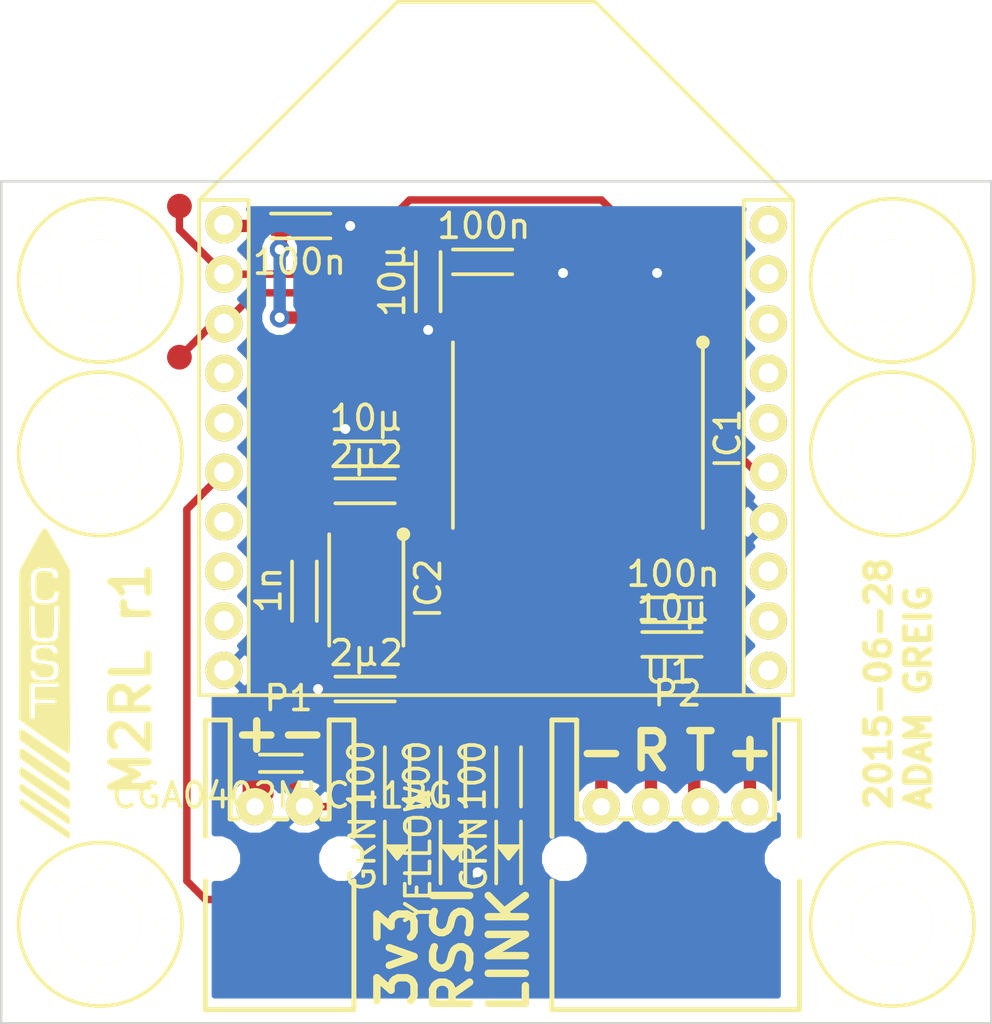
<source format=kicad_pcb>
(kicad_pcb (version 4) (host pcbnew 0.201505031001+5637~23~ubuntu14.04.1-product)

  (general
    (links 56)
    (no_connects 0)
    (area 149.949999 91.949999 190.050001 126.050001)
    (thickness 1.6)
    (drawings 14)
    (tracks 169)
    (zones 0)
    (modules 31)
    (nets 30)
  )

  (page A4)
  (layers
    (0 F.Cu signal)
    (31 B.Cu signal hide)
    (32 B.Adhes user)
    (33 F.Adhes user)
    (34 B.Paste user)
    (35 F.Paste user)
    (36 B.SilkS user)
    (37 F.SilkS user)
    (38 B.Mask user)
    (39 F.Mask user)
    (40 Dwgs.User user)
    (41 Cmts.User user)
    (42 Eco1.User user)
    (43 Eco2.User user)
    (44 Edge.Cuts user)
    (45 Margin user)
    (46 B.CrtYd user)
    (47 F.CrtYd user)
    (48 B.Fab user)
    (49 F.Fab user)
  )

  (setup
    (last_trace_width 0.3)
    (user_trace_width 0.2)
    (user_trace_width 0.28)
    (user_trace_width 0.3)
    (user_trace_width 0.4)
    (user_trace_width 0.5)
    (user_trace_width 0.8)
    (user_trace_width 1)
    (user_trace_width 1.2)
    (user_trace_width 1.5)
    (user_trace_width 2)
    (trace_clearance 0.2)
    (zone_clearance 0.3)
    (zone_45_only no)
    (trace_min 0.2)
    (segment_width 0.2)
    (edge_width 0.1)
    (via_size 0.6)
    (via_drill 0.4)
    (via_min_size 0.4)
    (via_min_drill 0.3)
    (user_via 0.8 0.4)
    (user_via 1 0.6)
    (uvia_size 0.3)
    (uvia_drill 0.1)
    (uvias_allowed no)
    (uvia_min_size 0.2)
    (uvia_min_drill 0.1)
    (pcb_text_width 0.3)
    (pcb_text_size 1.5 1.5)
    (mod_edge_width 0.15)
    (mod_text_size 1 1)
    (mod_text_width 0.15)
    (pad_size 1.5 1.5)
    (pad_drill 0.8)
    (pad_to_mask_clearance 0)
    (aux_axis_origin 0 0)
    (visible_elements FFFFFF5F)
    (pcbplotparams
      (layerselection 0x010f0_80000001)
      (usegerberextensions true)
      (excludeedgelayer true)
      (linewidth 0.100000)
      (plotframeref false)
      (viasonmask false)
      (mode 1)
      (useauxorigin false)
      (hpglpennumber 1)
      (hpglpenspeed 20)
      (hpglpendiameter 15)
      (hpglpenoverlay 2)
      (psnegative false)
      (psa4output false)
      (plotreference false)
      (plotvalue false)
      (plotinvisibletext false)
      (padsonsilk false)
      (subtractmaskfromsilk true)
      (outputformat 1)
      (mirror false)
      (drillshape 0)
      (scaleselection 1)
      (outputdirectory gerbers/))
  )

  (net 0 "")
  (net 1 +3V3)
  (net 2 GND)
  (net 3 "Net-(C4-Pad1)")
  (net 4 "Net-(C5-Pad1)")
  (net 5 "Net-(C5-Pad2)")
  (net 6 "Net-(C6-Pad2)")
  (net 7 "Net-(D1-Pad2)")
  (net 8 "Net-(D3-Pad2)")
  (net 9 "Net-(D4-Pad2)")
  (net 10 /DOUT)
  (net 11 /DIN)
  (net 12 "Net-(IC1-Pad13)")
  (net 13 "Net-(IC1-Pad14)")
  (net 14 "Net-(IC1-Pad12)")
  (net 15 "Net-(R1-Pad1)")
  (net 16 "Net-(U1-Pad4)")
  (net 17 "Net-(U1-Pad5)")
  (net 18 "Net-(U1-Pad7)")
  (net 19 "Net-(U1-Pad8)")
  (net 20 "Net-(U1-Pad9)")
  (net 21 "Net-(U1-Pad11)")
  (net 22 "Net-(U1-Pad12)")
  (net 23 "Net-(U1-Pad13)")
  (net 24 "Net-(U1-Pad16)")
  (net 25 "Net-(U1-Pad17)")
  (net 26 "Net-(U1-Pad18)")
  (net 27 "Net-(U1-Pad19)")
  (net 28 "Net-(U1-Pad20)")
  (net 29 "Net-(R2-Pad1)")

  (net_class Default "This is the default net class."
    (clearance 0.2)
    (trace_width 0.25)
    (via_dia 0.6)
    (via_drill 0.4)
    (uvia_dia 0.3)
    (uvia_drill 0.1)
    (add_net +3V3)
    (add_net /DIN)
    (add_net /DOUT)
    (add_net GND)
    (add_net "Net-(C4-Pad1)")
    (add_net "Net-(C5-Pad1)")
    (add_net "Net-(C5-Pad2)")
    (add_net "Net-(C6-Pad2)")
    (add_net "Net-(D1-Pad2)")
    (add_net "Net-(D3-Pad2)")
    (add_net "Net-(D4-Pad2)")
    (add_net "Net-(IC1-Pad12)")
    (add_net "Net-(IC1-Pad13)")
    (add_net "Net-(IC1-Pad14)")
    (add_net "Net-(R1-Pad1)")
    (add_net "Net-(R2-Pad1)")
    (add_net "Net-(U1-Pad11)")
    (add_net "Net-(U1-Pad12)")
    (add_net "Net-(U1-Pad13)")
    (add_net "Net-(U1-Pad16)")
    (add_net "Net-(U1-Pad17)")
    (add_net "Net-(U1-Pad18)")
    (add_net "Net-(U1-Pad19)")
    (add_net "Net-(U1-Pad20)")
    (add_net "Net-(U1-Pad4)")
    (add_net "Net-(U1-Pad5)")
    (add_net "Net-(U1-Pad7)")
    (add_net "Net-(U1-Pad8)")
    (add_net "Net-(U1-Pad9)")
  )

  (module m2rl:C0603 (layer F.Cu) (tedit 53D8DBFD) (tstamp 55905D40)
    (at 167.25 95.25 270)
    (path /559026E1)
    (fp_text reference C1 (at 0.7 -1.35 270) (layer F.SilkS) hide
      (effects (font (size 1 1) (thickness 0.15)))
    )
    (fp_text value 10µ (at 0.75 1.45 270) (layer F.SilkS)
      (effects (font (size 1 1) (thickness 0.15)))
    )
    (fp_line (start -0.4 0.5) (end 2 0.5) (layer F.SilkS) (width 0.15))
    (fp_line (start -0.4 -0.5) (end 2 -0.5) (layer F.SilkS) (width 0.15))
    (pad 1 smd rect (at 0 0 270) (size 0.8 0.8) (layers F.Cu F.Paste F.Mask)
      (net 1 +3V3))
    (pad 2 smd rect (at 1.6 0 270) (size 0.8 0.8) (layers F.Cu F.Paste F.Mask)
      (net 2 GND))
  )

  (module m2rl:C0603 (layer F.Cu) (tedit 53D8DBFD) (tstamp 55905D48)
    (at 161.3 93.8)
    (path /55902C3F)
    (fp_text reference C2 (at 0.7 -1.35) (layer F.SilkS) hide
      (effects (font (size 1 1) (thickness 0.15)))
    )
    (fp_text value 100n (at 0.75 1.45) (layer F.SilkS)
      (effects (font (size 1 1) (thickness 0.15)))
    )
    (fp_line (start -0.4 0.5) (end 2 0.5) (layer F.SilkS) (width 0.15))
    (fp_line (start -0.4 -0.5) (end 2 -0.5) (layer F.SilkS) (width 0.15))
    (pad 1 smd rect (at 0 0) (size 0.8 0.8) (layers F.Cu F.Paste F.Mask)
      (net 1 +3V3))
    (pad 2 smd rect (at 1.6 0) (size 0.8 0.8) (layers F.Cu F.Paste F.Mask)
      (net 2 GND))
  )

  (module m2rl:C0603 (layer F.Cu) (tedit 53D8DBFD) (tstamp 55905D50)
    (at 170.25 95.25 180)
    (path /55902587)
    (fp_text reference C3 (at 0.7 -1.35 180) (layer F.SilkS) hide
      (effects (font (size 1 1) (thickness 0.15)))
    )
    (fp_text value 100n (at 0.75 1.45 180) (layer F.SilkS)
      (effects (font (size 1 1) (thickness 0.15)))
    )
    (fp_line (start -0.4 0.5) (end 2 0.5) (layer F.SilkS) (width 0.15))
    (fp_line (start -0.4 -0.5) (end 2 -0.5) (layer F.SilkS) (width 0.15))
    (pad 1 smd rect (at 0 0 180) (size 0.8 0.8) (layers F.Cu F.Paste F.Mask)
      (net 1 +3V3))
    (pad 2 smd rect (at 1.6 0 180) (size 0.8 0.8) (layers F.Cu F.Paste F.Mask)
      (net 2 GND))
  )

  (module m2rl:C0603 (layer F.Cu) (tedit 53D8DBFD) (tstamp 55905D58)
    (at 165.5 112.5 180)
    (path /55901D7D)
    (fp_text reference C4 (at 0.7 -1.35 180) (layer F.SilkS) hide
      (effects (font (size 1 1) (thickness 0.15)))
    )
    (fp_text value 2µ2 (at 0.75 1.45 180) (layer F.SilkS)
      (effects (font (size 1 1) (thickness 0.15)))
    )
    (fp_line (start -0.4 0.5) (end 2 0.5) (layer F.SilkS) (width 0.15))
    (fp_line (start -0.4 -0.5) (end 2 -0.5) (layer F.SilkS) (width 0.15))
    (pad 1 smd rect (at 0 0 180) (size 0.8 0.8) (layers F.Cu F.Paste F.Mask)
      (net 3 "Net-(C4-Pad1)"))
    (pad 2 smd rect (at 1.6 0 180) (size 0.8 0.8) (layers F.Cu F.Paste F.Mask)
      (net 2 GND))
  )

  (module m2rl:C0603 (layer F.Cu) (tedit 53D8DBFD) (tstamp 55905D60)
    (at 177.9 109.3 180)
    (path /5590281A)
    (fp_text reference C5 (at 0.7 -1.35 180) (layer F.SilkS) hide
      (effects (font (size 1 1) (thickness 0.15)))
    )
    (fp_text value 100n (at 0.75 1.45 180) (layer F.SilkS)
      (effects (font (size 1 1) (thickness 0.15)))
    )
    (fp_line (start -0.4 0.5) (end 2 0.5) (layer F.SilkS) (width 0.15))
    (fp_line (start -0.4 -0.5) (end 2 -0.5) (layer F.SilkS) (width 0.15))
    (pad 1 smd rect (at 0 0 180) (size 0.8 0.8) (layers F.Cu F.Paste F.Mask)
      (net 4 "Net-(C5-Pad1)"))
    (pad 2 smd rect (at 1.6 0 180) (size 0.8 0.8) (layers F.Cu F.Paste F.Mask)
      (net 5 "Net-(C5-Pad2)"))
  )

  (module m2rl:C0603 (layer F.Cu) (tedit 53D8DBFD) (tstamp 55905D68)
    (at 162.25 107.75 270)
    (path /55902D12)
    (fp_text reference C6 (at 0.7 -1.35 270) (layer F.SilkS) hide
      (effects (font (size 1 1) (thickness 0.15)))
    )
    (fp_text value 1n (at 0.75 1.45 270) (layer F.SilkS)
      (effects (font (size 1 1) (thickness 0.15)))
    )
    (fp_line (start -0.4 0.5) (end 2 0.5) (layer F.SilkS) (width 0.15))
    (fp_line (start -0.4 -0.5) (end 2 -0.5) (layer F.SilkS) (width 0.15))
    (pad 1 smd rect (at 0 0 270) (size 0.8 0.8) (layers F.Cu F.Paste F.Mask)
      (net 1 +3V3))
    (pad 2 smd rect (at 1.6 0 270) (size 0.8 0.8) (layers F.Cu F.Paste F.Mask)
      (net 6 "Net-(C6-Pad2)"))
  )

  (module m2rl:C0603 (layer F.Cu) (tedit 53D8DBFD) (tstamp 55905D70)
    (at 177.9 110.7 180)
    (path /55902B88)
    (fp_text reference C7 (at 0.7 -1.35 180) (layer F.SilkS) hide
      (effects (font (size 1 1) (thickness 0.15)))
    )
    (fp_text value 10µ (at 0.75 1.45 180) (layer F.SilkS)
      (effects (font (size 1 1) (thickness 0.15)))
    )
    (fp_line (start -0.4 0.5) (end 2 0.5) (layer F.SilkS) (width 0.15))
    (fp_line (start -0.4 -0.5) (end 2 -0.5) (layer F.SilkS) (width 0.15))
    (pad 1 smd rect (at 0 0 180) (size 0.8 0.8) (layers F.Cu F.Paste F.Mask)
      (net 4 "Net-(C5-Pad1)"))
    (pad 2 smd rect (at 1.6 0 180) (size 0.8 0.8) (layers F.Cu F.Paste F.Mask)
      (net 5 "Net-(C5-Pad2)"))
  )

  (module m2rl:C0603 (layer F.Cu) (tedit 53D8DBFD) (tstamp 55905D78)
    (at 165.5 104.5 180)
    (path /55902DC8)
    (fp_text reference C8 (at 0.7 -1.35 180) (layer F.SilkS) hide
      (effects (font (size 1 1) (thickness 0.15)))
    )
    (fp_text value 2µ2 (at 0.75 1.45 180) (layer F.SilkS)
      (effects (font (size 1 1) (thickness 0.15)))
    )
    (fp_line (start -0.4 0.5) (end 2 0.5) (layer F.SilkS) (width 0.15))
    (fp_line (start -0.4 -0.5) (end 2 -0.5) (layer F.SilkS) (width 0.15))
    (pad 1 smd rect (at 0 0 180) (size 0.8 0.8) (layers F.Cu F.Paste F.Mask)
      (net 1 +3V3))
    (pad 2 smd rect (at 1.6 0 180) (size 0.8 0.8) (layers F.Cu F.Paste F.Mask)
      (net 2 GND))
  )

  (module m2rl:C0603 (layer F.Cu) (tedit 53D8DBFD) (tstamp 55905D80)
    (at 165.5 103 180)
    (path /55902E56)
    (fp_text reference C9 (at 0.7 -1.35 180) (layer F.SilkS) hide
      (effects (font (size 1 1) (thickness 0.15)))
    )
    (fp_text value 10µ (at 0.75 1.45 180) (layer F.SilkS)
      (effects (font (size 1 1) (thickness 0.15)))
    )
    (fp_line (start -0.4 0.5) (end 2 0.5) (layer F.SilkS) (width 0.15))
    (fp_line (start -0.4 -0.5) (end 2 -0.5) (layer F.SilkS) (width 0.15))
    (pad 1 smd rect (at 0 0 180) (size 0.8 0.8) (layers F.Cu F.Paste F.Mask)
      (net 1 +3V3))
    (pad 2 smd rect (at 1.6 0 180) (size 0.8 0.8) (layers F.Cu F.Paste F.Mask)
      (net 2 GND))
  )

  (module m2rl:R0402 (layer F.Cu) (tedit 53CDA370) (tstamp 55905D98)
    (at 160.75 115.5)
    (path /55902323)
    (fp_text reference D2 (at 0.4 -1.25) (layer F.SilkS) hide
      (effects (font (size 1 1) (thickness 0.15)))
    )
    (fp_text value CGA0402MLC-12G (at 0.6 1.3) (layer F.SilkS)
      (effects (font (size 1 1) (thickness 0.15)))
    )
    (fp_line (start -0.3 0.35) (end 1.4 0.35) (layer F.SilkS) (width 0.15))
    (fp_line (start -0.3 -0.35) (end 1.4 -0.35) (layer F.SilkS) (width 0.15))
    (pad 1 smd rect (at 0 0) (size 0.6 0.5) (layers F.Cu F.Paste F.Mask)
      (net 3 "Net-(C4-Pad1)"))
    (pad 2 smd rect (at 1.1 0) (size 0.6 0.5) (layers F.Cu F.Paste F.Mask)
      (net 2 GND))
  )

  (module m2rl:SOIC16W (layer F.Cu) (tedit 55904EF9) (tstamp 55905DD0)
    (at 177.75 97.5 270)
    (path /55901B4B)
    (fp_text reference IC1 (at 4.9 -1.6 270) (layer F.SilkS)
      (effects (font (size 1 1) (thickness 0.15)))
    )
    (fp_text value ADuM5201 (at 5 10.5 270) (layer F.SilkS) hide
      (effects (font (size 1 1) (thickness 0.15)))
    )
    (fp_line (start 8.5 9.5) (end 1 9.5) (layer F.SilkS) (width 0.15))
    (fp_line (start 1 -0.6) (end 8.5 -0.6) (layer F.SilkS) (width 0.15))
    (fp_circle (center 1 -0.6) (end 1.2 -0.6) (layer F.SilkS) (width 0.15))
    (fp_circle (center 1 -0.6) (end 1.1 -0.6) (layer F.SilkS) (width 0.15))
    (pad 1 smd rect (at 0 0 270) (size 2.2 0.6) (layers F.Cu F.Paste F.Mask)
      (net 1 +3V3))
    (pad 2 smd rect (at 0 1.27 270) (size 2.2 0.6) (layers F.Cu F.Paste F.Mask)
      (net 2 GND))
    (pad 3 smd rect (at 0 2.54 270) (size 2.2 0.6) (layers F.Cu F.Paste F.Mask)
      (net 10 /DOUT))
    (pad 4 smd rect (at 0 3.81 270) (size 2.2 0.6) (layers F.Cu F.Paste F.Mask)
      (net 11 /DIN))
    (pad 13 smd rect (at 9.4 3.81 270) (size 2.2 0.6) (layers F.Cu F.Paste F.Mask)
      (net 12 "Net-(IC1-Pad13)"))
    (pad 14 smd rect (at 9.4 2.54 270) (size 2.2 0.6) (layers F.Cu F.Paste F.Mask)
      (net 13 "Net-(IC1-Pad14)"))
    (pad 15 smd rect (at 9.4 1.27 270) (size 2.2 0.6) (layers F.Cu F.Paste F.Mask)
      (net 5 "Net-(C5-Pad2)"))
    (pad 16 smd rect (at 9.4 0 270) (size 2.2 0.6) (layers F.Cu F.Paste F.Mask)
      (net 4 "Net-(C5-Pad1)"))
    (pad 5 smd rect (at 0 5.08 270) (size 2.2 0.6) (layers F.Cu F.Paste F.Mask)
      (net 2 GND))
    (pad 6 smd rect (at 0 6.35 270) (size 2.2 0.6) (layers F.Cu F.Paste F.Mask)
      (net 1 +3V3))
    (pad 7 smd rect (at 0 7.62 270) (size 2.2 0.6) (layers F.Cu F.Paste F.Mask)
      (net 1 +3V3))
    (pad 8 smd rect (at 0 8.89 270) (size 2.2 0.6) (layers F.Cu F.Paste F.Mask)
      (net 2 GND))
    (pad 12 smd rect (at 9.4 5.08 270) (size 2.2 0.6) (layers F.Cu F.Paste F.Mask)
      (net 14 "Net-(IC1-Pad12)"))
    (pad 11 smd rect (at 9.4 6.35 270) (size 2.2 0.6) (layers F.Cu F.Paste F.Mask)
      (net 5 "Net-(C5-Pad2)"))
    (pad 10 smd rect (at 9.4 7.62 270) (size 2.2 0.6) (layers F.Cu F.Paste F.Mask)
      (net 4 "Net-(C5-Pad1)"))
    (pad 9 smd rect (at 9.4 8.89 270) (size 2.2 0.6) (layers F.Cu F.Paste F.Mask)
      (net 5 "Net-(C5-Pad2)"))
  )

  (module m2rl:MSOP8 (layer F.Cu) (tedit 53CD920E) (tstamp 55905DE0)
    (at 165.75 106.25 270)
    (path /55901D0C)
    (fp_text reference IC2 (at 2.2 -1.5 270) (layer F.SilkS)
      (effects (font (size 1 1) (thickness 0.15)))
    )
    (fp_text value ADP3335 (at 2.5 3.5 270) (layer F.SilkS) hide
      (effects (font (size 1 1) (thickness 0.15)))
    )
    (fp_circle (center 0 -0.5) (end 0.2 -0.5) (layer F.SilkS) (width 0.15))
    (fp_circle (center 0 -0.5) (end 0.1 -0.5) (layer F.SilkS) (width 0.15))
    (fp_line (start 0 2.5) (end 4.5 2.5) (layer F.SilkS) (width 0.15))
    (fp_line (start 0 -0.5) (end 4.5 -0.5) (layer F.SilkS) (width 0.15))
    (pad 1 smd rect (at 0 0 270) (size 1.4 0.4) (layers F.Cu F.Paste F.Mask)
      (net 1 +3V3))
    (pad 2 smd rect (at 0 0.65 270) (size 1.4 0.4) (layers F.Cu F.Paste F.Mask)
      (net 1 +3V3))
    (pad 3 smd rect (at 0 1.3 270) (size 1.4 0.4) (layers F.Cu F.Paste F.Mask)
      (net 1 +3V3))
    (pad 4 smd rect (at 0 1.95 270) (size 1.4 0.4) (layers F.Cu F.Paste F.Mask)
      (net 2 GND))
    (pad 5 smd rect (at 4.4 1.95 270) (size 1.4 0.4) (layers F.Cu F.Paste F.Mask)
      (net 6 "Net-(C6-Pad2)"))
    (pad 6 smd rect (at 4.4 1.3 270) (size 1.4 0.4) (layers F.Cu F.Paste F.Mask)
      (net 3 "Net-(C4-Pad1)"))
    (pad 7 smd rect (at 4.4 0.65 270) (size 1.4 0.4) (layers F.Cu F.Paste F.Mask)
      (net 3 "Net-(C4-Pad1)"))
    (pad 8 smd rect (at 4.4 0 270) (size 1.4 0.4) (layers F.Cu F.Paste F.Mask)
      (net 3 "Net-(C4-Pad1)"))
  )

  (module m2rl:S02B-PASK-2 (layer F.Cu) (tedit 555D2368) (tstamp 55905DF4)
    (at 162.25 117.25 180)
    (path /55901AFC)
    (fp_text reference P1 (at 0.64 4.38 180) (layer F.SilkS)
      (effects (font (size 1 1) (thickness 0.15)))
    )
    (fp_text value CONN_01X02 (at 0.41 -7.21 180) (layer F.SilkS) hide
      (effects (font (size 1 1) (thickness 0.15)))
    )
    (fp_line (start 3 -0.5) (end 2.7 -0.5) (layer F.SilkS) (width 0.2))
    (fp_line (start 0.7 -0.5) (end 1.3 -0.5) (layer F.SilkS) (width 0.2))
    (fp_line (start -1 -0.5) (end -0.7 -0.5) (layer F.SilkS) (width 0.2))
    (fp_line (start 4 3.5) (end 3 3.5) (layer F.SilkS) (width 0.2))
    (fp_line (start 3 3.5) (end 3 -0.5) (layer F.SilkS) (width 0.2))
    (fp_line (start -2 3.5) (end -1 3.5) (layer F.SilkS) (width 0.2))
    (fp_line (start -1 3.5) (end -1 -0.5) (layer F.SilkS) (width 0.2))
    (fp_line (start 4 -8.2) (end -2 -8.2) (layer F.SilkS) (width 0.2))
    (fp_line (start 4 -3) (end 4 -8.2) (layer F.SilkS) (width 0.2))
    (fp_line (start 4 3.5) (end 4 -1.2) (layer F.SilkS) (width 0.2))
    (fp_line (start -2 -1.2) (end -2 3.5) (layer F.SilkS) (width 0.2))
    (fp_line (start -2 -8.2) (end -2 -3) (layer F.SilkS) (width 0.2))
    (pad 1 thru_hole circle (at 0 0 180) (size 1.5 1.5) (drill 0.7) (layers *.Cu *.Mask F.SilkS)
      (net 2 GND))
    (pad 2 thru_hole circle (at 2 0 180) (size 1.5 1.5) (drill 0.7) (layers *.Cu *.Mask F.SilkS)
      (net 3 "Net-(C4-Pad1)"))
    (pad "" np_thru_hole circle (at -1.5 -2.1 180) (size 1.2 1.2) (drill 1.2) (layers *.Cu *.Mask F.SilkS))
    (pad "" np_thru_hole circle (at 3.5 -2.1 180) (size 1.2 1.2) (drill 1.2) (layers *.Cu *.Mask F.SilkS))
  )

  (module m2rl:S04B-PASK-2 (layer F.Cu) (tedit 555D23C0) (tstamp 55905E0C)
    (at 180.25 117.25 180)
    (path /559018B4)
    (fp_text reference P2 (at 2.93 4.57 180) (layer F.SilkS)
      (effects (font (size 1 1) (thickness 0.15)))
    )
    (fp_text value CONN_01X04 (at 0.44 -6.86 180) (layer F.SilkS) hide
      (effects (font (size 1 1) (thickness 0.15)))
    )
    (fp_line (start -1 -0.5) (end -0.7 -0.5) (layer F.SilkS) (width 0.2))
    (fp_line (start 1.3 -0.5) (end 0.7 -0.5) (layer F.SilkS) (width 0.2))
    (fp_line (start 3.3 -0.5) (end 2.7 -0.5) (layer F.SilkS) (width 0.2))
    (fp_line (start 5.3 -0.5) (end 4.7 -0.5) (layer F.SilkS) (width 0.2))
    (fp_line (start 7 -0.5) (end 6.7 -0.5) (layer F.SilkS) (width 0.2))
    (fp_line (start 8 3.5) (end 7 3.5) (layer F.SilkS) (width 0.2))
    (fp_line (start 7 3.5) (end 7 -0.5) (layer F.SilkS) (width 0.2))
    (fp_line (start -2 3.5) (end -1 3.5) (layer F.SilkS) (width 0.2))
    (fp_line (start -1 3.5) (end -1 -0.5) (layer F.SilkS) (width 0.2))
    (fp_line (start 8 -8.2) (end -2 -8.2) (layer F.SilkS) (width 0.2))
    (fp_line (start 8 -3) (end 8 -8.2) (layer F.SilkS) (width 0.2))
    (fp_line (start 8 3.5) (end 8 -1.2) (layer F.SilkS) (width 0.2))
    (fp_line (start -2 -1.2) (end -2 3.5) (layer F.SilkS) (width 0.2))
    (fp_line (start -2 -8.2) (end -2 -3) (layer F.SilkS) (width 0.2))
    (pad 1 thru_hole circle (at 0 0 180) (size 1.5 1.5) (drill 0.7) (layers *.Cu *.Mask F.SilkS)
      (net 4 "Net-(C5-Pad1)"))
    (pad 2 thru_hole circle (at 2 0 180) (size 1.5 1.5) (drill 0.7) (layers *.Cu *.Mask F.SilkS)
      (net 13 "Net-(IC1-Pad14)"))
    (pad 3 thru_hole circle (at 4 0 180) (size 1.5 1.5) (drill 0.7) (layers *.Cu *.Mask F.SilkS)
      (net 12 "Net-(IC1-Pad13)"))
    (pad 4 thru_hole circle (at 6 0 180) (size 1.5 1.5) (drill 0.7) (layers *.Cu *.Mask F.SilkS)
      (net 5 "Net-(C5-Pad2)"))
    (pad "" np_thru_hole circle (at -1.5 -2.1 180) (size 1.2 1.2) (drill 1.2) (layers *.Cu *.Mask F.SilkS))
    (pad "" np_thru_hole circle (at 7.5 -2.1 180) (size 1.2 1.2) (drill 1.2) (layers *.Cu *.Mask F.SilkS))
  )

  (module m2rl:R0603 (layer F.Cu) (tedit 53CDA429) (tstamp 55905E14)
    (at 168.25 115.25 270)
    (path /559090BD)
    (fp_text reference R1 (at 0.7 -1.35 270) (layer F.SilkS) hide
      (effects (font (size 1 1) (thickness 0.15)))
    )
    (fp_text value 100 (at 0.75 1.45 270) (layer F.SilkS)
      (effects (font (size 1 1) (thickness 0.15)))
    )
    (fp_line (start -0.4 0.5) (end 2 0.5) (layer F.SilkS) (width 0.15))
    (fp_line (start -0.4 -0.5) (end 2 -0.5) (layer F.SilkS) (width 0.15))
    (pad 1 smd rect (at 0 0 270) (size 0.8 0.8) (layers F.Cu F.Paste F.Mask)
      (net 15 "Net-(R1-Pad1)"))
    (pad 2 smd rect (at 1.6 0 270) (size 0.8 0.8) (layers F.Cu F.Paste F.Mask)
      (net 7 "Net-(D1-Pad2)"))
  )

  (module m2rl:R0603 (layer F.Cu) (tedit 53CDA429) (tstamp 55905E1C)
    (at 170.5 115.25 270)
    (path /55908FB8)
    (fp_text reference R2 (at 0.7 -1.35 270) (layer F.SilkS) hide
      (effects (font (size 1 1) (thickness 0.15)))
    )
    (fp_text value 100 (at 0.75 1.45 270) (layer F.SilkS)
      (effects (font (size 1 1) (thickness 0.15)))
    )
    (fp_line (start -0.4 0.5) (end 2 0.5) (layer F.SilkS) (width 0.15))
    (fp_line (start -0.4 -0.5) (end 2 -0.5) (layer F.SilkS) (width 0.15))
    (pad 1 smd rect (at 0 0 270) (size 0.8 0.8) (layers F.Cu F.Paste F.Mask)
      (net 29 "Net-(R2-Pad1)"))
    (pad 2 smd rect (at 1.6 0 270) (size 0.8 0.8) (layers F.Cu F.Paste F.Mask)
      (net 8 "Net-(D3-Pad2)"))
  )

  (module m2rl:R0603 (layer F.Cu) (tedit 53CDA429) (tstamp 55905E24)
    (at 166 115.25 270)
    (path /55901F4E)
    (fp_text reference R3 (at 0.7 -1.35 270) (layer F.SilkS) hide
      (effects (font (size 1 1) (thickness 0.15)))
    )
    (fp_text value 100 (at 0.75 1.45 270) (layer F.SilkS)
      (effects (font (size 1 1) (thickness 0.15)))
    )
    (fp_line (start -0.4 0.5) (end 2 0.5) (layer F.SilkS) (width 0.15))
    (fp_line (start -0.4 -0.5) (end 2 -0.5) (layer F.SilkS) (width 0.15))
    (pad 1 smd rect (at 0 0 270) (size 0.8 0.8) (layers F.Cu F.Paste F.Mask)
      (net 1 +3V3))
    (pad 2 smd rect (at 1.6 0 270) (size 0.8 0.8) (layers F.Cu F.Paste F.Mask)
      (net 9 "Net-(D4-Pad2)"))
  )

  (module m2rl:XBEE (layer F.Cu) (tedit 5590533B) (tstamp 5590655C)
    (at 159 93.75)
    (path /55901854)
    (fp_text reference U1 (at 18 18) (layer F.SilkS)
      (effects (font (size 1 1) (thickness 0.15)))
    )
    (fp_text value XBEE (at 3 18) (layer F.Fab)
      (effects (font (size 1 1) (thickness 0.15)))
    )
    (fp_line (start 21 19) (end 21 -1) (layer F.SilkS) (width 0.15))
    (fp_line (start 21 -1) (end 23 -1) (layer F.SilkS) (width 0.15))
    (fp_line (start 1 19) (end 1 -1) (layer F.SilkS) (width 0.15))
    (fp_line (start 1 -1) (end -1 -1) (layer F.SilkS) (width 0.15))
    (fp_line (start -1 19) (end -1 -1) (layer F.SilkS) (width 0.15))
    (fp_line (start -1 -1) (end 7 -9) (layer F.SilkS) (width 0.15))
    (fp_line (start 7 -9) (end 15 -9) (layer F.SilkS) (width 0.15))
    (fp_line (start -1 19) (end 23 19) (layer F.SilkS) (width 0.15))
    (fp_line (start 23 19) (end 23 -1) (layer F.SilkS) (width 0.15))
    (fp_line (start 23 -1) (end 15 -9) (layer F.SilkS) (width 0.15))
    (pad 1 thru_hole circle (at 0 0) (size 1.5 1.5) (drill 0.8) (layers *.Cu *.Mask F.SilkS)
      (net 1 +3V3))
    (pad 2 thru_hole circle (at 0 2) (size 1.5 1.5) (drill 0.8) (layers *.Cu *.Mask F.SilkS)
      (net 10 /DOUT))
    (pad 3 thru_hole circle (at 0 4) (size 1.5 1.5) (drill 0.8) (layers *.Cu *.Mask F.SilkS)
      (net 11 /DIN))
    (pad 4 thru_hole circle (at 0 6) (size 1.5 1.5) (drill 0.8) (layers *.Cu *.Mask F.SilkS)
      (net 16 "Net-(U1-Pad4)"))
    (pad 5 thru_hole circle (at 0 8) (size 1.5 1.5) (drill 0.8) (layers *.Cu *.Mask F.SilkS)
      (net 17 "Net-(U1-Pad5)"))
    (pad 6 thru_hole circle (at 0 10) (size 1.5 1.5) (drill 0.8) (layers *.Cu *.Mask F.SilkS)
      (net 15 "Net-(R1-Pad1)"))
    (pad 7 thru_hole circle (at 0 12) (size 1.5 1.5) (drill 0.8) (layers *.Cu *.Mask F.SilkS)
      (net 18 "Net-(U1-Pad7)"))
    (pad 8 thru_hole circle (at 0 14) (size 1.5 1.5) (drill 0.8) (layers *.Cu *.Mask F.SilkS)
      (net 19 "Net-(U1-Pad8)"))
    (pad 9 thru_hole circle (at 0 16) (size 1.5 1.5) (drill 0.8) (layers *.Cu *.Mask F.SilkS)
      (net 20 "Net-(U1-Pad9)"))
    (pad 10 thru_hole circle (at 0 18) (size 1.5 1.5) (drill 0.8) (layers *.Cu *.Mask F.SilkS)
      (net 2 GND))
    (pad 11 thru_hole circle (at 22 18) (size 1.5 1.5) (drill 0.8) (layers *.Cu *.Mask F.SilkS)
      (net 21 "Net-(U1-Pad11)"))
    (pad 12 thru_hole circle (at 22 16) (size 1.5 1.5) (drill 0.8) (layers *.Cu *.Mask F.SilkS)
      (net 22 "Net-(U1-Pad12)"))
    (pad 13 thru_hole circle (at 22 14) (size 1.5 1.5) (drill 0.8) (layers *.Cu *.Mask F.SilkS)
      (net 23 "Net-(U1-Pad13)"))
    (pad 14 thru_hole circle (at 22 12) (size 1.5 1.5) (drill 0.8) (layers *.Cu *.Mask F.SilkS)
      (net 2 GND))
    (pad 15 thru_hole circle (at 22 10) (size 1.5 1.5) (drill 0.8) (layers *.Cu *.Mask F.SilkS)
      (net 29 "Net-(R2-Pad1)"))
    (pad 16 thru_hole circle (at 22 8) (size 1.5 1.5) (drill 0.8) (layers *.Cu *.Mask F.SilkS)
      (net 24 "Net-(U1-Pad16)"))
    (pad 17 thru_hole circle (at 22 6) (size 1.5 1.5) (drill 0.8) (layers *.Cu *.Mask F.SilkS)
      (net 25 "Net-(U1-Pad17)"))
    (pad 18 thru_hole circle (at 22 4) (size 1.5 1.5) (drill 0.8) (layers *.Cu *.Mask F.SilkS)
      (net 26 "Net-(U1-Pad18)"))
    (pad 19 thru_hole circle (at 22 2) (size 1.5 1.5) (drill 0.8) (layers *.Cu *.Mask F.SilkS)
      (net 27 "Net-(U1-Pad19)"))
    (pad 20 thru_hole circle (at 22 0) (size 1.5 1.5) (drill 0.8) (layers *.Cu *.Mask F.SilkS)
      (net 28 "Net-(U1-Pad20)"))
  )

  (module m2rl:LED0603 (layer F.Cu) (tedit 559055DB) (tstamp 55905DB8)
    (at 166 118.25 270)
    (path /55901CDA)
    (fp_text reference D4 (at 0.8 -1.3 270) (layer F.SilkS) hide
      (effects (font (size 1 1) (thickness 0.15)))
    )
    (fp_text value GRN (at 0.9 1.4 270) (layer F.SilkS)
      (effects (font (size 1 1) (thickness 0.15)))
    )
    (fp_line (start -0.4 0.5) (end 2.1 0.5) (layer F.SilkS) (width 0.15))
    (fp_line (start -0.4 -0.5) (end 2.1 -0.5) (layer F.SilkS) (width 0.15))
    (fp_line (start 0.8 0.2) (end 0.7 0.2) (layer F.SilkS) (width 0.15))
    (fp_line (start 0.9 0.1) (end 0.7 0.1) (layer F.SilkS) (width 0.15))
    (fp_line (start 0.8 -0.2) (end 0.7 -0.2) (layer F.SilkS) (width 0.15))
    (fp_line (start 0.9 -0.1) (end 0.7 -0.1) (layer F.SilkS) (width 0.15))
    (fp_line (start 1 0) (end 0.7 0) (layer F.SilkS) (width 0.15))
    (fp_line (start 0.6 -0.4) (end 1.1 0) (layer F.SilkS) (width 0.15))
    (fp_line (start 1.1 0) (end 0.6 0.4) (layer F.SilkS) (width 0.15))
    (fp_line (start 0.6 0.4) (end 0.6 -0.4) (layer F.SilkS) (width 0.15))
    (pad 2 smd rect (at 0 0 270) (size 0.8 0.8) (layers F.Cu F.Paste F.Mask)
      (net 9 "Net-(D4-Pad2)"))
    (pad 1 smd rect (at 1.65 0 270) (size 0.8 0.8) (layers F.Cu F.Paste F.Mask)
      (net 2 GND))
  )

  (module m2rl:LED0603 (layer F.Cu) (tedit 559055DB) (tstamp 55905DA8)
    (at 170.5 118.25 270)
    (path /55908E09)
    (fp_text reference D3 (at 0.8 -1.3 270) (layer F.SilkS) hide
      (effects (font (size 1 1) (thickness 0.15)))
    )
    (fp_text value GRN (at 0.9 1.4 270) (layer F.SilkS)
      (effects (font (size 1 1) (thickness 0.15)))
    )
    (fp_line (start -0.4 0.5) (end 2.1 0.5) (layer F.SilkS) (width 0.15))
    (fp_line (start -0.4 -0.5) (end 2.1 -0.5) (layer F.SilkS) (width 0.15))
    (fp_line (start 0.8 0.2) (end 0.7 0.2) (layer F.SilkS) (width 0.15))
    (fp_line (start 0.9 0.1) (end 0.7 0.1) (layer F.SilkS) (width 0.15))
    (fp_line (start 0.8 -0.2) (end 0.7 -0.2) (layer F.SilkS) (width 0.15))
    (fp_line (start 0.9 -0.1) (end 0.7 -0.1) (layer F.SilkS) (width 0.15))
    (fp_line (start 1 0) (end 0.7 0) (layer F.SilkS) (width 0.15))
    (fp_line (start 0.6 -0.4) (end 1.1 0) (layer F.SilkS) (width 0.15))
    (fp_line (start 1.1 0) (end 0.6 0.4) (layer F.SilkS) (width 0.15))
    (fp_line (start 0.6 0.4) (end 0.6 -0.4) (layer F.SilkS) (width 0.15))
    (pad 2 smd rect (at 0 0 270) (size 0.8 0.8) (layers F.Cu F.Paste F.Mask)
      (net 8 "Net-(D3-Pad2)"))
    (pad 1 smd rect (at 1.65 0 270) (size 0.8 0.8) (layers F.Cu F.Paste F.Mask)
      (net 2 GND))
  )

  (module m2rl:LED0603 (layer F.Cu) (tedit 559055DB) (tstamp 55905D90)
    (at 168.25 118.25 270)
    (path /55908791)
    (fp_text reference D1 (at 0.8 -1.3 270) (layer F.SilkS) hide
      (effects (font (size 1 1) (thickness 0.15)))
    )
    (fp_text value YELLOW (at 0.9 1.4 270) (layer F.SilkS)
      (effects (font (size 1 1) (thickness 0.15)))
    )
    (fp_line (start -0.4 0.5) (end 2.1 0.5) (layer F.SilkS) (width 0.15))
    (fp_line (start -0.4 -0.5) (end 2.1 -0.5) (layer F.SilkS) (width 0.15))
    (fp_line (start 0.8 0.2) (end 0.7 0.2) (layer F.SilkS) (width 0.15))
    (fp_line (start 0.9 0.1) (end 0.7 0.1) (layer F.SilkS) (width 0.15))
    (fp_line (start 0.8 -0.2) (end 0.7 -0.2) (layer F.SilkS) (width 0.15))
    (fp_line (start 0.9 -0.1) (end 0.7 -0.1) (layer F.SilkS) (width 0.15))
    (fp_line (start 1 0) (end 0.7 0) (layer F.SilkS) (width 0.15))
    (fp_line (start 0.6 -0.4) (end 1.1 0) (layer F.SilkS) (width 0.15))
    (fp_line (start 1.1 0) (end 0.6 0.4) (layer F.SilkS) (width 0.15))
    (fp_line (start 0.6 0.4) (end 0.6 -0.4) (layer F.SilkS) (width 0.15))
    (pad 2 smd rect (at 0 0 270) (size 0.8 0.8) (layers F.Cu F.Paste F.Mask)
      (net 7 "Net-(D1-Pad2)"))
    (pad 1 smd rect (at 1.65 0 270) (size 0.8 0.8) (layers F.Cu F.Paste F.Mask)
      (net 2 GND))
  )

  (module m2rl:M3_MOUNT (layer F.Cu) (tedit 53DC1522) (tstamp 55906A0C)
    (at 186 96)
    (fp_text reference M3_MOUNT (at 0 -4) (layer F.SilkS) hide
      (effects (font (size 1 1) (thickness 0.15)))
    )
    (fp_text value VAL** (at 0 4) (layer F.SilkS) hide
      (effects (font (size 1 1) (thickness 0.15)))
    )
    (fp_circle (center 0 0) (end 3.3 0) (layer F.SilkS) (width 0.15))
    (pad "" np_thru_hole circle (at 0 0) (size 3.3 3.3) (drill 3.3) (layers *.Cu *.Mask F.Paste F.SilkS)
      (solder_mask_margin 1.5) (clearance 1.65))
    (pad "" np_thru_hole circle (at 0 -2.5) (size 0.6 0.6) (drill 0.6) (layers *.Cu *.Mask F.SilkS))
    (pad "" np_thru_hole circle (at 2.5 0) (size 0.6 0.6) (drill 0.6) (layers *.Cu *.Mask F.SilkS))
    (pad "" np_thru_hole circle (at 0 2.5) (size 0.6 0.6) (drill 0.6) (layers *.Cu *.Mask F.SilkS))
    (pad "" np_thru_hole circle (at -2.5 0) (size 0.6 0.6) (drill 0.6) (layers *.Cu *.Mask F.SilkS))
    (pad "" np_thru_hole circle (at -1.8 -1.8) (size 0.6 0.6) (drill 0.6) (layers *.Cu *.Mask F.SilkS))
    (pad "" np_thru_hole circle (at 1.8 -1.8) (size 0.6 0.6) (drill 0.6) (layers *.Cu *.Mask F.SilkS))
    (pad "" np_thru_hole circle (at -1.8 1.8) (size 0.6 0.6) (drill 0.6) (layers *.Cu *.Mask F.SilkS))
    (pad "" np_thru_hole circle (at 1.8 1.8) (size 0.6 0.6) (drill 0.6) (layers *.Cu *.Mask F.SilkS))
  )

  (module m2rl:M3_MOUNT (layer F.Cu) (tedit 53DC1522) (tstamp 55906A27)
    (at 186 122)
    (fp_text reference M3_MOUNT (at 0 -4) (layer F.SilkS) hide
      (effects (font (size 1 1) (thickness 0.15)))
    )
    (fp_text value VAL** (at 0 4) (layer F.SilkS) hide
      (effects (font (size 1 1) (thickness 0.15)))
    )
    (fp_circle (center 0 0) (end 3.3 0) (layer F.SilkS) (width 0.15))
    (pad "" np_thru_hole circle (at 0 0) (size 3.3 3.3) (drill 3.3) (layers *.Cu *.Mask F.Paste F.SilkS)
      (solder_mask_margin 1.5) (clearance 1.65))
    (pad "" np_thru_hole circle (at 0 -2.5) (size 0.6 0.6) (drill 0.6) (layers *.Cu *.Mask F.SilkS))
    (pad "" np_thru_hole circle (at 2.5 0) (size 0.6 0.6) (drill 0.6) (layers *.Cu *.Mask F.SilkS))
    (pad "" np_thru_hole circle (at 0 2.5) (size 0.6 0.6) (drill 0.6) (layers *.Cu *.Mask F.SilkS))
    (pad "" np_thru_hole circle (at -2.5 0) (size 0.6 0.6) (drill 0.6) (layers *.Cu *.Mask F.SilkS))
    (pad "" np_thru_hole circle (at -1.8 -1.8) (size 0.6 0.6) (drill 0.6) (layers *.Cu *.Mask F.SilkS))
    (pad "" np_thru_hole circle (at 1.8 -1.8) (size 0.6 0.6) (drill 0.6) (layers *.Cu *.Mask F.SilkS))
    (pad "" np_thru_hole circle (at -1.8 1.8) (size 0.6 0.6) (drill 0.6) (layers *.Cu *.Mask F.SilkS))
    (pad "" np_thru_hole circle (at 1.8 1.8) (size 0.6 0.6) (drill 0.6) (layers *.Cu *.Mask F.SilkS))
  )

  (module m2rl:M3_MOUNT (layer F.Cu) (tedit 53DC1522) (tstamp 55906A42)
    (at 154 96)
    (fp_text reference M3_MOUNT (at 0 -4) (layer F.SilkS) hide
      (effects (font (size 1 1) (thickness 0.15)))
    )
    (fp_text value VAL** (at 0 4) (layer F.SilkS) hide
      (effects (font (size 1 1) (thickness 0.15)))
    )
    (fp_circle (center 0 0) (end 3.3 0) (layer F.SilkS) (width 0.15))
    (pad "" np_thru_hole circle (at 0 0) (size 3.3 3.3) (drill 3.3) (layers *.Cu *.Mask F.Paste F.SilkS)
      (solder_mask_margin 1.5) (clearance 1.65))
    (pad "" np_thru_hole circle (at 0 -2.5) (size 0.6 0.6) (drill 0.6) (layers *.Cu *.Mask F.SilkS))
    (pad "" np_thru_hole circle (at 2.5 0) (size 0.6 0.6) (drill 0.6) (layers *.Cu *.Mask F.SilkS))
    (pad "" np_thru_hole circle (at 0 2.5) (size 0.6 0.6) (drill 0.6) (layers *.Cu *.Mask F.SilkS))
    (pad "" np_thru_hole circle (at -2.5 0) (size 0.6 0.6) (drill 0.6) (layers *.Cu *.Mask F.SilkS))
    (pad "" np_thru_hole circle (at -1.8 -1.8) (size 0.6 0.6) (drill 0.6) (layers *.Cu *.Mask F.SilkS))
    (pad "" np_thru_hole circle (at 1.8 -1.8) (size 0.6 0.6) (drill 0.6) (layers *.Cu *.Mask F.SilkS))
    (pad "" np_thru_hole circle (at -1.8 1.8) (size 0.6 0.6) (drill 0.6) (layers *.Cu *.Mask F.SilkS))
    (pad "" np_thru_hole circle (at 1.8 1.8) (size 0.6 0.6) (drill 0.6) (layers *.Cu *.Mask F.SilkS))
  )

  (module m2rl:M3_MOUNT (layer F.Cu) (tedit 53DC1522) (tstamp 55906A5D)
    (at 154 122)
    (fp_text reference M3_MOUNT (at 0 -4) (layer F.SilkS) hide
      (effects (font (size 1 1) (thickness 0.15)))
    )
    (fp_text value VAL** (at 0 4) (layer F.SilkS) hide
      (effects (font (size 1 1) (thickness 0.15)))
    )
    (fp_circle (center 0 0) (end 3.3 0) (layer F.SilkS) (width 0.15))
    (pad "" np_thru_hole circle (at 0 0) (size 3.3 3.3) (drill 3.3) (layers *.Cu *.Mask F.Paste F.SilkS)
      (solder_mask_margin 1.5) (clearance 1.65))
    (pad "" np_thru_hole circle (at 0 -2.5) (size 0.6 0.6) (drill 0.6) (layers *.Cu *.Mask F.SilkS))
    (pad "" np_thru_hole circle (at 2.5 0) (size 0.6 0.6) (drill 0.6) (layers *.Cu *.Mask F.SilkS))
    (pad "" np_thru_hole circle (at 0 2.5) (size 0.6 0.6) (drill 0.6) (layers *.Cu *.Mask F.SilkS))
    (pad "" np_thru_hole circle (at -2.5 0) (size 0.6 0.6) (drill 0.6) (layers *.Cu *.Mask F.SilkS))
    (pad "" np_thru_hole circle (at -1.8 -1.8) (size 0.6 0.6) (drill 0.6) (layers *.Cu *.Mask F.SilkS))
    (pad "" np_thru_hole circle (at 1.8 -1.8) (size 0.6 0.6) (drill 0.6) (layers *.Cu *.Mask F.SilkS))
    (pad "" np_thru_hole circle (at -1.8 1.8) (size 0.6 0.6) (drill 0.6) (layers *.Cu *.Mask F.SilkS))
    (pad "" np_thru_hole circle (at 1.8 1.8) (size 0.6 0.6) (drill 0.6) (layers *.Cu *.Mask F.SilkS))
  )

  (module m2rl:M3_MOUNT (layer F.Cu) (tedit 53DC1522) (tstamp 55906A78)
    (at 186 103)
    (fp_text reference M3_MOUNT (at 0 -4) (layer F.SilkS) hide
      (effects (font (size 1 1) (thickness 0.15)))
    )
    (fp_text value VAL** (at 0 4) (layer F.SilkS) hide
      (effects (font (size 1 1) (thickness 0.15)))
    )
    (fp_circle (center 0 0) (end 3.3 0) (layer F.SilkS) (width 0.15))
    (pad "" np_thru_hole circle (at 0 0) (size 3.3 3.3) (drill 3.3) (layers *.Cu *.Mask F.Paste F.SilkS)
      (solder_mask_margin 1.5) (clearance 1.65))
    (pad "" np_thru_hole circle (at 0 -2.5) (size 0.6 0.6) (drill 0.6) (layers *.Cu *.Mask F.SilkS))
    (pad "" np_thru_hole circle (at 2.5 0) (size 0.6 0.6) (drill 0.6) (layers *.Cu *.Mask F.SilkS))
    (pad "" np_thru_hole circle (at 0 2.5) (size 0.6 0.6) (drill 0.6) (layers *.Cu *.Mask F.SilkS))
    (pad "" np_thru_hole circle (at -2.5 0) (size 0.6 0.6) (drill 0.6) (layers *.Cu *.Mask F.SilkS))
    (pad "" np_thru_hole circle (at -1.8 -1.8) (size 0.6 0.6) (drill 0.6) (layers *.Cu *.Mask F.SilkS))
    (pad "" np_thru_hole circle (at 1.8 -1.8) (size 0.6 0.6) (drill 0.6) (layers *.Cu *.Mask F.SilkS))
    (pad "" np_thru_hole circle (at -1.8 1.8) (size 0.6 0.6) (drill 0.6) (layers *.Cu *.Mask F.SilkS))
    (pad "" np_thru_hole circle (at 1.8 1.8) (size 0.6 0.6) (drill 0.6) (layers *.Cu *.Mask F.SilkS))
  )

  (module m2rl:M3_MOUNT (layer F.Cu) (tedit 53DC1522) (tstamp 55906A93)
    (at 154 103)
    (fp_text reference M3_MOUNT (at 0 -4) (layer F.SilkS) hide
      (effects (font (size 1 1) (thickness 0.15)))
    )
    (fp_text value VAL** (at 0 4) (layer F.SilkS) hide
      (effects (font (size 1 1) (thickness 0.15)))
    )
    (fp_circle (center 0 0) (end 3.3 0) (layer F.SilkS) (width 0.15))
    (pad "" np_thru_hole circle (at 0 0) (size 3.3 3.3) (drill 3.3) (layers *.Cu *.Mask F.Paste F.SilkS)
      (solder_mask_margin 1.5) (clearance 1.65))
    (pad "" np_thru_hole circle (at 0 -2.5) (size 0.6 0.6) (drill 0.6) (layers *.Cu *.Mask F.SilkS))
    (pad "" np_thru_hole circle (at 2.5 0) (size 0.6 0.6) (drill 0.6) (layers *.Cu *.Mask F.SilkS))
    (pad "" np_thru_hole circle (at 0 2.5) (size 0.6 0.6) (drill 0.6) (layers *.Cu *.Mask F.SilkS))
    (pad "" np_thru_hole circle (at -2.5 0) (size 0.6 0.6) (drill 0.6) (layers *.Cu *.Mask F.SilkS))
    (pad "" np_thru_hole circle (at -1.8 -1.8) (size 0.6 0.6) (drill 0.6) (layers *.Cu *.Mask F.SilkS))
    (pad "" np_thru_hole circle (at 1.8 -1.8) (size 0.6 0.6) (drill 0.6) (layers *.Cu *.Mask F.SilkS))
    (pad "" np_thru_hole circle (at -1.8 1.8) (size 0.6 0.6) (drill 0.6) (layers *.Cu *.Mask F.SilkS))
    (pad "" np_thru_hole circle (at 1.8 1.8) (size 0.6 0.6) (drill 0.6) (layers *.Cu *.Mask F.SilkS))
  )

  (module m2rl:TESTPAD (layer F.Cu) (tedit 53CF3F64) (tstamp 55906E01)
    (at 157.2 93)
    (path /5590CE26)
    (fp_text reference TP3 (at 0 -1.4) (layer F.SilkS) hide
      (effects (font (size 1 1) (thickness 0.15)))
    )
    (fp_text value TESTPAD (at 0 1.6) (layer F.SilkS) hide
      (effects (font (size 1 1) (thickness 0.15)))
    )
    (pad 1 smd circle (at 0 0) (size 1 1) (layers F.Cu F.Mask)
      (net 10 /DOUT))
  )

  (module m2rl:TESTPAD (layer F.Cu) (tedit 53CF3F64) (tstamp 55906E06)
    (at 157.2 99.1)
    (path /5590D183)
    (fp_text reference TP4 (at 0 -1.4) (layer F.SilkS) hide
      (effects (font (size 1 1) (thickness 0.15)))
    )
    (fp_text value TESTPAD (at 0 1.6) (layer F.SilkS) hide
      (effects (font (size 1 1) (thickness 0.15)))
    )
    (pad 1 smd circle (at 0 0) (size 1 1) (layers F.Cu F.Mask)
      (net 11 /DIN))
  )

  (module m2rl:TESTPAD (layer F.Cu) (tedit 53CF3F64) (tstamp 55906E0B)
    (at 166.75 113.5)
    (path /5590CBBA)
    (fp_text reference TP5 (at 0 -1.4) (layer F.SilkS) hide
      (effects (font (size 1 1) (thickness 0.15)))
    )
    (fp_text value TESTPAD (at 0 1.6) (layer F.SilkS) hide
      (effects (font (size 1 1) (thickness 0.15)))
    )
    (pad 1 smd circle (at 0 0) (size 1 1) (layers F.Cu F.Mask)
      (net 1 +3V3))
  )

  (module m2rl:cusf_logo_small (layer F.Cu) (tedit 0) (tstamp 559071F4)
    (at 151.75 112.25)
    (fp_text reference G*** (at 0 0) (layer F.SilkS) hide
      (effects (font (thickness 0.3)))
    )
    (fp_text value LOGO (at 0.75 0) (layer F.SilkS) hide
      (effects (font (thickness 0.3)))
    )
    (fp_poly (pts (xy 0.995736 6.138875) (xy 0.993366 6.187746) (xy 0.972523 6.218489) (xy 0.954842 6.223)
      (xy 0.930121 6.211207) (xy 0.874208 6.177355) (xy 0.790543 6.123733) (xy 0.682563 6.052633)
      (xy 0.553707 5.966343) (xy 0.407414 5.867155) (xy 0.247121 5.757357) (xy 0.076267 5.63924)
      (xy 0.0288 5.60624) (xy -0.145473 5.484672) (xy -0.310662 5.368944) (xy -0.46321 5.26158)
      (xy -0.59956 5.165108) (xy -0.716156 5.082054) (xy -0.809441 5.014943) (xy -0.875858 4.966302)
      (xy -0.911851 4.938657) (xy -0.915458 4.93553) (xy -0.961704 4.873875) (xy -0.973666 4.808989)
      (xy -0.9702 4.760576) (xy -0.95438 4.743531) (xy -0.925712 4.745565) (xy -0.901117 4.75881)
      (xy -0.845893 4.793668) (xy -0.764029 4.847387) (xy -0.659512 4.917211) (xy -0.536331 5.000388)
      (xy -0.398474 5.094163) (xy -0.24993 5.195783) (xy -0.094686 5.302495) (xy 0.06327 5.411543)
      (xy 0.219948 5.520175) (xy 0.371361 5.625637) (xy 0.513521 5.725175) (xy 0.64244 5.816035)
      (xy 0.754128 5.895464) (xy 0.844598 5.960707) (xy 0.909862 6.009012) (xy 0.945932 6.037623)
      (xy 0.947209 6.03877) (xy 0.98017 6.084882) (xy 0.995736 6.138875) (xy 0.995736 6.138875)) (layer F.SilkS) (width 0.1))
    (fp_poly (pts (xy 0.996748 5.594801) (xy 0.983434 5.636726) (xy 0.957253 5.6515) (xy 0.933072 5.639695)
      (xy 0.877671 5.605795) (xy 0.794447 5.552075) (xy 0.686797 5.480809) (xy 0.558118 5.39427)
      (xy 0.411806 5.294732) (xy 0.251259 5.184469) (xy 0.079873 5.065756) (xy 0.020628 5.024494)
      (xy -0.154397 4.902236) (xy -0.319999 4.786186) (xy -0.472711 4.678802) (xy -0.609064 4.582539)
      (xy -0.72559 4.499853) (xy -0.81882 4.433202) (xy -0.885286 4.385041) (xy -0.92152 4.357826)
      (xy -0.926041 4.354055) (xy -0.955331 4.310728) (xy -0.972459 4.25345) (xy -0.976654 4.195206)
      (xy -0.967148 4.148978) (xy -0.943166 4.127751) (xy -0.939492 4.1275) (xy -0.916685 4.139257)
      (xy -0.863234 4.172714) (xy -0.783073 4.225147) (xy -0.680136 4.293835) (xy -0.558359 4.376054)
      (xy -0.421674 4.469082) (xy -0.274018 4.570196) (xy -0.119323 4.676674) (xy 0.038476 4.785792)
      (xy 0.195444 4.894828) (xy 0.347647 5.00106) (xy 0.491151 5.101765) (xy 0.622021 5.194219)
      (xy 0.736324 5.275701) (xy 0.830124 5.343488) (xy 0.899488 5.394856) (xy 0.94048 5.427085)
      (xy 0.947209 5.433151) (xy 0.978047 5.48023) (xy 0.994756 5.538374) (xy 0.996748 5.594801)
      (xy 0.996748 5.594801)) (layer F.SilkS) (width 0.1))
    (fp_poly (pts (xy 0.994834 4.92596) (xy 0.992604 4.99205) (xy 0.983617 5.025823) (xy 0.964423 5.037161)
      (xy 0.955856 5.037667) (xy 0.931394 5.025859) (xy 0.875726 4.991954) (xy 0.792258 4.938228)
      (xy 0.684395 4.866958) (xy 0.555543 4.780421) (xy 0.409109 4.680891) (xy 0.248499 4.570647)
      (xy 0.077118 4.451965) (xy 0.019231 4.411651) (xy -0.155708 4.289432) (xy -0.321253 4.173358)
      (xy -0.473926 4.065897) (xy -0.610252 3.969514) (xy -0.726754 3.886676) (xy -0.819954 3.81985)
      (xy -0.886377 3.771503) (xy -0.922544 3.744102) (xy -0.926962 3.740346) (xy -0.955611 3.70654)
      (xy -0.968768 3.665392) (xy -0.970376 3.601774) (xy -0.969295 3.577904) (xy -0.963838 3.510443)
      (xy -0.95382 3.475413) (xy -0.934935 3.462911) (xy -0.918919 3.462059) (xy -0.893421 3.474166)
      (xy -0.837446 3.50812) (xy -0.754968 3.561161) (xy -0.64996 3.630532) (xy -0.526394 3.713472)
      (xy -0.388244 3.807225) (xy -0.239481 3.90903) (xy -0.08408 4.01613) (xy 0.073989 4.125765)
      (xy 0.230751 4.235178) (xy 0.382233 4.341609) (xy 0.524464 4.4423) (xy 0.653471 4.534492)
      (xy 0.76528 4.615426) (xy 0.855919 4.682344) (xy 0.921415 4.732487) (xy 0.957795 4.763097)
      (xy 0.963054 4.768881) (xy 0.983116 4.820395) (xy 0.993914 4.895912) (xy 0.994834 4.92596)
      (xy 0.994834 4.92596)) (layer F.SilkS) (width 0.1))
    (fp_poly (pts (xy 0.992199 4.113405) (xy 0.990412 4.189997) (xy 0.9904 4.190272) (xy 0.984093 4.270389)
      (xy 0.972762 4.315715) (xy 0.954411 4.333683) (xy 0.951719 4.334339) (xy 0.928535 4.323757)
      (xy 0.874105 4.291054) (xy 0.791802 4.238476) (xy 0.685 4.168269) (xy 0.55707 4.082678)
      (xy 0.411387 3.983947) (xy 0.251323 3.874322) (xy 0.08025 3.756048) (xy 0.020386 3.714408)
      (xy -0.154744 3.592031) (xy -0.320435 3.475523) (xy -0.47321 3.367378) (xy -0.609592 3.270093)
      (xy -0.726105 3.186161) (xy -0.819272 3.118078) (xy -0.885617 3.068339) (xy -0.921662 3.039438)
      (xy -0.926041 3.035211) (xy -0.95489 2.993263) (xy -0.969427 2.940578) (xy -0.973653 2.86207)
      (xy -0.973666 2.855655) (xy -0.968312 2.771067) (xy -0.950441 2.724355) (xy -0.917346 2.712216)
      (xy -0.870094 2.72929) (xy -0.838586 2.749033) (xy -0.776971 2.790191) (xy -0.689398 2.849854)
      (xy -0.580015 2.925113) (xy -0.452972 3.013058) (xy -0.312416 3.11078) (xy -0.162496 3.21537)
      (xy -0.007362 3.323918) (xy 0.148839 3.433514) (xy 0.301958 3.54125) (xy 0.447845 3.644215)
      (xy 0.582353 3.739501) (xy 0.701334 3.824198) (xy 0.800637 3.895396) (xy 0.876115 3.950187)
      (xy 0.923619 3.985661) (xy 0.937483 3.996937) (xy 0.969553 4.030826) (xy 0.986519 4.064998)
      (xy 0.992199 4.113405) (xy 0.992199 4.113405)) (layer F.SilkS) (width 0.1))
    (fp_poly (pts (xy 0.992455 3.363004) (xy 0.990416 3.431445) (xy 0.984431 3.521917) (xy 0.97447 3.584698)
      (xy 0.961685 3.612798) (xy 0.960424 3.613391) (xy 0.933054 3.60578) (xy 0.881077 3.578623)
      (xy 0.814195 3.537173) (xy 0.791091 3.521655) (xy 0.583644 3.379206) (xy 0.377312 3.236717)
      (xy 0.175343 3.096486) (xy -0.019017 2.960811) (xy -0.202519 2.831988) (xy -0.371917 2.712316)
      (xy -0.523963 2.604091) (xy -0.65541 2.509612) (xy -0.76301 2.431175) (xy -0.843516 2.371078)
      (xy -0.89368 2.331619) (xy -0.904875 2.321796) (xy -0.939572 2.286494) (xy -0.960073 2.253934)
      (xy -0.970102 2.211636) (xy -0.973385 2.147124) (xy -0.973666 2.091348) (xy -0.97293 2.00854)
      (xy -0.969045 1.959385) (xy -0.959501 1.935205) (xy -0.941787 1.927325) (xy -0.926041 1.926812)
      (xy -0.90183 1.938643) (xy -0.846984 1.972108) (xy -0.76549 2.024471) (xy -0.661329 2.093)
      (xy -0.538486 2.174959) (xy -0.400945 2.267614) (xy -0.252688 2.368231) (xy -0.097699 2.474075)
      (xy 0.060037 2.582413) (xy 0.216538 2.690509) (xy 0.36782 2.79563) (xy 0.509899 2.895042)
      (xy 0.638791 2.986008) (xy 0.750514 3.065797) (xy 0.841083 3.131672) (xy 0.906515 3.1809)
      (xy 0.9375 3.205949) (xy 0.966549 3.233609) (xy 0.983641 3.261543) (xy 0.9914 3.300943)
      (xy 0.992455 3.363004) (xy 0.992455 3.363004)) (layer F.SilkS) (width 0.1))
    (fp_poly (pts (xy 0.994954 -4.512126) (xy 0.989602 -0.864355) (xy 0.988922 -0.40392) (xy 0.988277 0.016045)
      (xy 0.987643 0.397406) (xy 0.986995 0.742026) (xy 0.986311 1.05177) (xy 0.985564 1.328502)
      (xy 0.98473 1.574087) (xy 0.983786 1.790388) (xy 0.982707 1.979271) (xy 0.981469 2.142598)
      (xy 0.980047 2.282235) (xy 0.978417 2.400047) (xy 0.976555 2.497896) (xy 0.974436 2.577648)
      (xy 0.972036 2.641166) (xy 0.96933 2.690315) (xy 0.966295 2.72696) (xy 0.962906 2.752965)
      (xy 0.959138 2.770193) (xy 0.954968 2.780509) (xy 0.950371 2.785778) (xy 0.945322 2.787864)
      (xy 0.941917 2.78838) (xy 0.914543 2.777381) (xy 0.854647 2.742682) (xy 0.763974 2.685439)
      (xy 0.644271 2.606807) (xy 0.619973 2.590463) (xy 0.619973 -3.704167) (xy 0.47932 -3.704167)
      (xy 0.338667 -3.704167) (xy 0.338667 -3.631461) (xy 0.326661 -3.534217) (xy 0.292835 -3.462218)
      (xy 0.256067 -3.430106) (xy 0.196567 -3.411154) (xy 0.110079 -3.398639) (xy 0.011547 -3.393206)
      (xy -0.084081 -3.395505) (xy -0.161859 -3.40618) (xy -0.179847 -3.411237) (xy -0.225411 -3.431516)
      (xy -0.260016 -3.461319) (xy -0.285128 -3.506146) (xy -0.302211 -3.571499) (xy -0.31273 -3.66288)
      (xy -0.318149 -3.78579) (xy -0.31991 -3.93731) (xy -0.318068 -4.100152) (xy -0.310808 -4.225172)
      (xy -0.297258 -4.316636) (xy -0.276542 -4.378812) (xy -0.247786 -4.415966) (xy -0.21889 -4.43041)
      (xy -0.126724 -4.45195) (xy -0.045144 -4.460393) (xy 0.047676 -4.457374) (xy 0.090214 -4.453584)
      (xy 0.19419 -4.437497) (xy 0.262451 -4.410432) (xy 0.301168 -4.36756) (xy 0.31651 -4.30405)
      (xy 0.3175 -4.275667) (xy 0.3175 -4.191) (xy 0.457981 -4.191) (xy 0.598463 -4.191)
      (xy 0.587767 -4.324248) (xy 0.570581 -4.442159) (xy 0.53731 -4.532926) (xy 0.483476 -4.599585)
      (xy 0.404605 -4.645171) (xy 0.296219 -4.672718) (xy 0.153842 -4.685261) (xy 0.052917 -4.686855)
      (xy -0.124376 -4.681019) (xy -0.265316 -4.663061) (xy -0.37467 -4.63091) (xy -0.457207 -4.582497)
      (xy -0.517697 -4.515751) (xy -0.560908 -4.428601) (xy -0.564409 -4.418837) (xy -0.585027 -4.329766)
      (xy -0.598139 -4.209513) (xy -0.604111 -4.067732) (xy -0.603308 -3.914082) (xy -0.596096 -3.75822)
      (xy -0.582841 -3.609802) (xy -0.563909 -3.478486) (xy -0.539663 -3.373929) (xy -0.523155 -3.32901)
      (xy -0.477635 -3.272119) (xy -0.401517 -3.221679) (xy -0.306533 -3.184794) (xy -0.271267 -3.176453)
      (xy -0.166129 -3.163052) (xy -0.036832 -3.157175) (xy 0.099129 -3.158807) (xy 0.224259 -3.167932)
      (xy 0.286727 -3.176972) (xy 0.36528 -3.194604) (xy 0.434836 -3.215469) (xy 0.467677 -3.228956)
      (xy 0.528915 -3.284066) (xy 0.573981 -3.376693) (xy 0.602049 -3.504897) (xy 0.607603 -3.55661)
      (xy 0.619973 -3.704167) (xy 0.619973 2.590463) (xy 0.61812 2.589217) (xy 0.61812 -3.132667)
      (xy 0.478393 -3.132667) (xy 0.338667 -3.132667) (xy 0.337745 -2.619375) (xy 0.33665 -2.425996)
      (xy 0.333839 -2.270419) (xy 0.328872 -2.148132) (xy 0.321308 -2.054622) (xy 0.310709 -1.985377)
      (xy 0.296632 -1.935886) (xy 0.27864 -1.901636) (xy 0.266312 -1.887053) (xy 0.226703 -1.869257)
      (xy 0.156521 -1.856971) (xy 0.067143 -1.850213) (xy -0.030053 -1.849004) (xy -0.123692 -1.853362)
      (xy -0.202396 -1.863308) (xy -0.25479 -1.878859) (xy -0.265339 -1.886147) (xy -0.286428 -1.913758)
      (xy -0.303157 -1.952899) (xy -0.315992 -2.008212) (xy -0.325403 -2.084342) (xy -0.331857 -2.185931)
      (xy -0.335821 -2.317624) (xy -0.337764 -2.484064) (xy -0.338162 -2.608792) (xy -0.338666 -3.132667)
      (xy -0.477927 -3.132667) (xy -0.617187 -3.132667) (xy -0.609824 -2.513542) (xy -0.607258 -2.327543)
      (xy -0.604279 -2.179067) (xy -0.600602 -2.063305) (xy -0.595941 -1.975447) (xy -0.590011 -1.910683)
      (xy -0.582527 -1.864203) (xy -0.573205 -1.831198) (xy -0.568735 -1.820333) (xy -0.515076 -1.733828)
      (xy -0.441206 -1.675442) (xy -0.343971 -1.638577) (xy -0.260895 -1.623921) (xy -0.149429 -1.614662)
      (xy -0.023186 -1.610927) (xy 0.104219 -1.612845) (xy 0.219171 -1.620544) (xy 0.300583 -1.632492)
      (xy 0.412066 -1.666588) (xy 0.491262 -1.717697) (xy 0.546869 -1.792221) (xy 0.562507 -1.825352)
      (xy 0.573915 -1.856978) (xy 0.583059 -1.895463) (xy 0.590287 -1.946013) (xy 0.59595 -2.013831)
      (xy 0.600396 -2.104121) (xy 0.603974 -2.222087) (xy 0.607034 -2.372933) (xy 0.609391 -2.524125)
      (xy 0.61812 -3.132667) (xy 0.61812 2.589217) (xy 0.613834 2.586334) (xy 0.613834 0.211667)
      (xy 0.613834 0.09525) (xy 0.613834 -0.021167) (xy 0.602885 -0.021167) (xy 0.602885 -0.512006)
      (xy 0.596344 -0.627817) (xy 0.576036 -0.727283) (xy 0.543535 -0.799314) (xy 0.534519 -0.810812)
      (xy 0.485633 -0.851877) (xy 0.417233 -0.883417) (xy 0.322492 -0.907544) (xy 0.194587 -0.926371)
      (xy 0.143502 -0.931825) (xy -0.006977 -0.947088) (xy -0.120529 -0.960581) (xy -0.202353 -0.974716)
      (xy -0.257646 -0.991909) (xy -0.291609 -1.014572) (xy -0.30944 -1.045122) (xy -0.316337 -1.085971)
      (xy -0.317499 -1.139534) (xy -0.3175 -1.145904) (xy -0.312103 -1.235298) (xy -0.291271 -1.292888)
      (xy -0.248039 -1.328348) (xy -0.175444 -1.351349) (xy -0.16851 -1.352866) (xy -0.020478 -1.374243)
      (xy 0.102417 -1.370514) (xy 0.197509 -1.342646) (xy 0.262129 -1.291606) (xy 0.293613 -1.21836)
      (xy 0.296334 -1.184338) (xy 0.300799 -1.162124) (xy 0.320344 -1.149639) (xy 0.364191 -1.144169)
      (xy 0.436878 -1.143) (xy 0.577423 -1.143) (xy 0.56499 -1.263463) (xy 0.542122 -1.374313)
      (xy 0.495978 -1.45597) (xy 0.420424 -1.517951) (xy 0.390218 -1.534583) (xy 0.351303 -1.551674)
      (xy 0.307719 -1.563526) (xy 0.251062 -1.571051) (xy 0.172928 -1.575161) (xy 0.064914 -1.576767)
      (xy 0 -1.576917) (xy -0.15977 -1.574556) (xy -0.283352 -1.56625) (xy -0.376693 -1.55016)
      (xy -0.445739 -1.524451) (xy -0.496435 -1.487285) (xy -0.534729 -1.436824) (xy -0.550727 -1.406769)
      (xy -0.579266 -1.317108) (xy -0.594622 -1.203787) (xy -0.596345 -1.08352) (xy -0.583984 -0.97302)
      (xy -0.564255 -0.904309) (xy -0.53354 -0.852161) (xy -0.486499 -0.810315) (xy -0.418299 -0.777187)
      (xy -0.324106 -0.751191) (xy -0.199089 -0.730742) (xy -0.038415 -0.714254) (xy 0.03175 -0.708788)
      (xy 0.122823 -0.699287) (xy 0.202133 -0.685868) (xy 0.25691 -0.670884) (xy 0.268886 -0.66511)
      (xy 0.309907 -0.616453) (xy 0.330261 -0.545136) (xy 0.331053 -0.464027) (xy 0.313384 -0.385994)
      (xy 0.278357 -0.323906) (xy 0.237059 -0.293763) (xy 0.191968 -0.285135) (xy 0.116739 -0.279581)
      (xy 0.023499 -0.277758) (xy -0.038948 -0.278818) (xy -0.13885 -0.282762) (xy -0.20555 -0.288357)
      (xy -0.248175 -0.297606) (xy -0.275856 -0.312513) (xy -0.297722 -0.335081) (xy -0.29824 -0.33572)
      (xy -0.327043 -0.392847) (xy -0.338666 -0.457428) (xy -0.338666 -0.529167) (xy -0.478689 -0.529167)
      (xy -0.618711 -0.529167) (xy -0.603806 -0.407458) (xy -0.576386 -0.273187) (xy -0.53152 -0.176983)
      (xy -0.468901 -0.118204) (xy -0.463802 -0.115453) (xy -0.377218 -0.084504) (xy -0.259589 -0.062034)
      (xy -0.121502 -0.048835) (xy 0.026457 -0.045701) (xy 0.173704 -0.053427) (xy 0.247369 -0.062129)
      (xy 0.374021 -0.088077) (xy 0.465506 -0.127674) (xy 0.528323 -0.187083) (xy 0.568971 -0.272468)
      (xy 0.593951 -0.389993) (xy 0.594086 -0.390941) (xy 0.602885 -0.512006) (xy 0.602885 -0.021167)
      (xy 0 -0.021167) (xy -0.613833 -0.021167) (xy -0.613833 0.73025) (xy -0.613833 1.481667)
      (xy -0.47625 1.481667) (xy -0.338666 1.481667) (xy -0.338666 1.17475) (xy -0.338666 0.867833)
      (xy 0.074084 0.867833) (xy 0.486834 0.867833) (xy 0.486834 0.751417) (xy 0.486834 0.635)
      (xy 0.074084 0.635) (xy -0.338666 0.635) (xy -0.338666 0.423333) (xy -0.338666 0.211667)
      (xy 0.137584 0.211667) (xy 0.613834 0.211667) (xy 0.613834 2.586334) (xy 0.497285 2.507942)
      (xy 0.324761 2.389998) (xy 0.128447 2.254132) (xy 0.021167 2.179316) (xy -0.152243 2.057837)
      (xy -0.316585 1.942206) (xy -0.468291 1.834969) (xy -0.603793 1.73867) (xy -0.719525 1.655855)
      (xy -0.81192 1.589068) (xy -0.877409 1.540855) (xy -0.912426 1.51376) (xy -0.915458 1.5111)
      (xy -0.973666 1.456911) (xy -0.973666 -1.515915) (xy -0.973666 -4.488741) (xy -0.918779 -4.599162)
      (xy -0.896427 -4.641945) (xy -0.856026 -4.716999) (xy -0.80015 -4.819626) (xy -0.731376 -4.945129)
      (xy -0.65228 -5.088808) (xy -0.565439 -5.245968) (xy -0.473428 -5.411909) (xy -0.448599 -5.456589)
      (xy -0.343033 -5.645957) (xy -0.255703 -5.801247) (xy -0.184669 -5.925595) (xy -0.127988 -6.022138)
      (xy -0.083721 -6.094014) (xy -0.049927 -6.144359) (xy -0.024663 -6.176311) (xy -0.00599 -6.193006)
      (xy 0.008034 -6.19758) (xy 0.009804 -6.197423) (xy 0.027764 -6.185613) (xy 0.055897 -6.152329)
      (xy 0.095809 -6.095027) (xy 0.149108 -6.011162) (xy 0.217398 -5.898191) (xy 0.302288 -5.75357)
      (xy 0.405383 -5.574755) (xy 0.428088 -5.535083) (xy 0.519916 -5.374026) (xy 0.609242 -5.216515)
      (xy 0.692818 -5.068337) (xy 0.767398 -4.935279) (xy 0.829735 -4.823128) (xy 0.876582 -4.737671)
      (xy 0.899107 -4.695521) (xy 0.994954 -4.512126) (xy 0.994954 -4.512126)) (layer F.SilkS) (width 0.1))
  )

  (gr_text + (at 180.25 115) (layer F.SilkS)
    (effects (font (size 1.5 1.5) (thickness 0.3)))
  )
  (gr_text T (at 178.25 115) (layer F.SilkS)
    (effects (font (size 1.5 1.5) (thickness 0.3)))
  )
  (gr_text R (at 176.25 115) (layer F.SilkS)
    (effects (font (size 1.5 1.5) (thickness 0.3)))
  )
  (gr_text - (at 174.25 115) (layer F.SilkS)
    (effects (font (size 1.5 1.5) (thickness 0.3)))
  )
  (gr_text +- (at 161.25 114.25) (layer F.SilkS)
    (effects (font (size 1.5 1.5) (thickness 0.3)))
  )
  (gr_text "2015-06-28\nADAM GREIG" (at 186.25 117.5 90) (layer F.SilkS)
    (effects (font (size 1 1) (thickness 0.25)) (justify left))
  )
  (gr_text "M2RL r1" (at 155.25 117 90) (layer F.SilkS)
    (effects (font (size 1.5 1.5) (thickness 0.3)) (justify left))
  )
  (gr_text LINK (at 170.5 125.75 90) (layer F.SilkS)
    (effects (font (size 1.5 1.5) (thickness 0.3)) (justify left))
  )
  (gr_text RSSI (at 168.25 125.75 90) (layer F.SilkS)
    (effects (font (size 1.5 1.5) (thickness 0.3)) (justify left))
  )
  (gr_text 3v3 (at 166 125.5 90) (layer F.SilkS)
    (effects (font (size 1.5 1.5) (thickness 0.3)) (justify left))
  )
  (gr_line (start 150 92) (end 150 126) (angle 90) (layer Edge.Cuts) (width 0.1))
  (gr_line (start 190 92) (end 150 92) (angle 90) (layer Edge.Cuts) (width 0.1))
  (gr_line (start 190 126) (end 190 92) (angle 90) (layer Edge.Cuts) (width 0.1))
  (gr_line (start 150 126) (end 190 126) (angle 90) (layer Edge.Cuts) (width 0.1))

  (segment (start 166.75 113.5) (end 166.75 114.5) (width 0.5) (layer F.Cu) (net 1))
  (segment (start 166.75 114.5) (end 166 115.25) (width 0.5) (layer F.Cu) (net 1) (tstamp 5590735D))
  (segment (start 177.75 97.5) (end 177.75 98.5) (width 0.5) (layer F.Cu) (net 1))
  (segment (start 177.75 98.5) (end 177 99.25) (width 0.5) (layer F.Cu) (net 1) (tstamp 5590730F))
  (segment (start 177 99.25) (end 170.5 99.25) (width 0.5) (layer F.Cu) (net 1) (tstamp 55907310))
  (segment (start 170.5 99.25) (end 170.13 98.88) (width 0.5) (layer F.Cu) (net 1) (tstamp 55907311))
  (segment (start 170.13 98.88) (end 170.13 97.5) (width 0.5) (layer F.Cu) (net 1) (tstamp 55907312))
  (segment (start 161.3 93.8) (end 161.3 94.7) (width 0.5) (layer F.Cu) (net 1))
  (segment (start 161.25 97.5) (end 165.5 97.5) (width 0.5) (layer F.Cu) (net 1) (tstamp 559072C0))
  (via (at 161.25 97.5) (size 0.8) (drill 0.4) (layers F.Cu B.Cu) (net 1))
  (segment (start 161.25 94.75) (end 161.25 97.5) (width 0.5) (layer B.Cu) (net 1) (tstamp 559072BD))
  (via (at 161.25 94.75) (size 0.8) (drill 0.4) (layers F.Cu B.Cu) (net 1))
  (segment (start 161.3 94.7) (end 161.25 94.75) (width 0.5) (layer F.Cu) (net 1) (tstamp 559072BA))
  (segment (start 165.5 97.5) (end 165.25 97.5) (width 0.5) (layer F.Cu) (net 1) (tstamp 559072C1))
  (segment (start 165.25 97.5) (end 165.5 97.5) (width 0.5) (layer F.Cu) (net 1) (tstamp 559072C3))
  (segment (start 161.3 93.8) (end 159.05 93.8) (width 0.5) (layer F.Cu) (net 1))
  (segment (start 159.05 93.8) (end 159 93.75) (width 0.5) (layer F.Cu) (net 1) (tstamp 559072A0))
  (segment (start 165.5 102) (end 166.25 102) (width 0.5) (layer F.Cu) (net 1))
  (segment (start 166.75 102.5) (end 166.75 113.5) (width 0.5) (layer F.Cu) (net 1) (tstamp 55907139))
  (segment (start 166.25 102) (end 166.75 102.5) (width 0.5) (layer F.Cu) (net 1) (tstamp 55907138))
  (segment (start 165.5 103) (end 165.5 102) (width 0.5) (layer F.Cu) (net 1))
  (segment (start 165.5 102) (end 165.5 97.5) (width 0.5) (layer F.Cu) (net 1) (tstamp 55907136))
  (segment (start 165.5 97.5) (end 165.5 97.25) (width 0.5) (layer F.Cu) (net 1) (tstamp 559072C4))
  (segment (start 166.25 95.25) (end 167.25 95.25) (width 0.5) (layer F.Cu) (net 1) (tstamp 559070D7))
  (segment (start 165.5 96) (end 166.25 95.25) (width 0.5) (layer F.Cu) (net 1) (tstamp 559070D6))
  (segment (start 165.5 97.25) (end 165.5 96) (width 0.5) (layer F.Cu) (net 1) (tstamp 55907112))
  (segment (start 171.4 97.5) (end 171.4 95.65) (width 0.5) (layer F.Cu) (net 1))
  (segment (start 171 95.25) (end 170.25 95.25) (width 0.5) (layer F.Cu) (net 1) (tstamp 559070C9))
  (segment (start 171.4 95.65) (end 171 95.25) (width 0.5) (layer F.Cu) (net 1) (tstamp 559070C8))
  (segment (start 170.13 97.5) (end 170.13 95.37) (width 0.5) (layer F.Cu) (net 1))
  (segment (start 170.13 95.37) (end 170.25 95.25) (width 0.5) (layer F.Cu) (net 1) (tstamp 559070C5))
  (segment (start 167.25 95.25) (end 167.25 94.5) (width 0.5) (layer F.Cu) (net 1))
  (segment (start 167.25 94.5) (end 167.5 94.25) (width 0.5) (layer F.Cu) (net 1) (tstamp 559070BE))
  (segment (start 167.5 94.25) (end 170 94.25) (width 0.5) (layer F.Cu) (net 1) (tstamp 559070BF))
  (segment (start 170 94.25) (end 170.25 94.5) (width 0.5) (layer F.Cu) (net 1) (tstamp 559070C0))
  (segment (start 170.25 94.5) (end 170.25 95.25) (width 0.5) (layer F.Cu) (net 1) (tstamp 559070C1))
  (segment (start 162.25 107.75) (end 164.75 107.75) (width 0.3) (layer F.Cu) (net 1))
  (segment (start 165.1 107.4) (end 165.1 106.25) (width 0.3) (layer F.Cu) (net 1) (tstamp 55906BB4))
  (segment (start 164.75 107.75) (end 165.1 107.4) (width 0.3) (layer F.Cu) (net 1) (tstamp 55906BB3))
  (segment (start 165.75 106.25) (end 165.75 105.65) (width 0.3) (layer F.Cu) (net 1))
  (segment (start 165.75 105.65) (end 165.1 105) (width 0.3) (layer F.Cu) (net 1) (tstamp 55906ADF))
  (segment (start 164.45 106.25) (end 164.45 105.65) (width 0.3) (layer F.Cu) (net 1))
  (segment (start 164.45 105.65) (end 165.1 105) (width 0.3) (layer F.Cu) (net 1) (tstamp 55906ADA))
  (segment (start 165.5 104.5) (end 165.5 103) (width 1) (layer F.Cu) (net 1))
  (segment (start 165.1 106.25) (end 165.1 105) (width 1) (layer F.Cu) (net 1))
  (segment (start 165.1 105) (end 165.1 104.9) (width 1) (layer F.Cu) (net 1) (tstamp 55906ADD))
  (segment (start 165.1 104.9) (end 165.5 104.5) (width 1) (layer F.Cu) (net 1) (tstamp 55906AD5))
  (via (at 169.25 119.9) (size 0.8) (drill 0.4) (layers F.Cu B.Cu) (net 2))
  (segment (start 169.25 119.9) (end 169.25 120) (width 0.3) (layer B.Cu) (net 2) (tstamp 5590738B))
  (segment (start 162.25 117.25) (end 163.75 117.25) (width 0.3) (layer F.Cu) (net 2))
  (segment (start 165.4 119.9) (end 166 119.9) (width 0.3) (layer F.Cu) (net 2) (tstamp 55907385))
  (segment (start 165 119.5) (end 165.4 119.9) (width 0.3) (layer F.Cu) (net 2) (tstamp 55907384))
  (segment (start 165 118.5) (end 165 119.5) (width 0.3) (layer F.Cu) (net 2) (tstamp 55907383))
  (segment (start 163.75 117.25) (end 165 118.5) (width 0.3) (layer F.Cu) (net 2) (tstamp 55907381))
  (segment (start 168.25 119.9) (end 169.25 119.9) (width 0.5) (layer F.Cu) (net 2))
  (segment (start 169.25 119.9) (end 170.5 119.9) (width 0.5) (layer F.Cu) (net 2) (tstamp 55907388))
  (segment (start 167.25 96.85) (end 167.25 98) (width 0.5) (layer F.Cu) (net 2))
  (via (at 167.25 98) (size 0.8) (drill 0.4) (layers F.Cu B.Cu) (net 2))
  (segment (start 167.25 96.85) (end 168.65 96.85) (width 0.5) (layer F.Cu) (net 2))
  (segment (start 168.65 96.85) (end 168.5 97) (width 0.5) (layer F.Cu) (net 2) (tstamp 559070B9))
  (segment (start 168.5 97) (end 168.65 97) (width 0.5) (layer F.Cu) (net 2) (tstamp 559070BB))
  (segment (start 168.65 95.25) (end 168.65 97) (width 0.5) (layer F.Cu) (net 2))
  (segment (start 168.65 97) (end 168.65 97.29) (width 0.5) (layer F.Cu) (net 2) (tstamp 559070BC))
  (segment (start 168.65 97.29) (end 168.86 97.5) (width 0.5) (layer F.Cu) (net 2) (tstamp 559070B6))
  (segment (start 162.9 93.8) (end 164.1 93.8) (width 0.5) (layer F.Cu) (net 2))
  (via (at 164.1 93.8) (size 0.8) (drill 0.4) (layers F.Cu B.Cu) (net 2))
  (segment (start 176.48 97.5) (end 176.48 95.72) (width 0.5) (layer F.Cu) (net 2))
  (via (at 176.5 95.7) (size 0.8) (drill 0.4) (layers F.Cu B.Cu) (net 2))
  (segment (start 176.48 95.72) (end 176.5 95.7) (width 0.5) (layer F.Cu) (net 2) (tstamp 55906BCD))
  (segment (start 172.67 97.5) (end 172.67 95.73) (width 0.5) (layer F.Cu) (net 2))
  (via (at 172.7 95.7) (size 0.8) (drill 0.4) (layers F.Cu B.Cu) (net 2))
  (segment (start 172.67 95.73) (end 172.7 95.7) (width 0.5) (layer F.Cu) (net 2) (tstamp 55906BC9))
  (segment (start 163.9 103) (end 163.9 102) (width 0.5) (layer F.Cu) (net 2))
  (via (at 163.9 102) (size 0.8) (drill 0.4) (layers F.Cu B.Cu) (net 2))
  (segment (start 163.9 112.5) (end 162.8 112.5) (width 0.5) (layer F.Cu) (net 2))
  (via (at 162.8 112.5) (size 0.8) (drill 0.4) (layers F.Cu B.Cu) (net 2))
  (segment (start 163.8 106.25) (end 163.8 104.6) (width 0.4) (layer F.Cu) (net 2))
  (segment (start 163.8 104.6) (end 163.9 104.5) (width 0.4) (layer F.Cu) (net 2) (tstamp 55906AE5))
  (segment (start 163.9 103) (end 163.9 104.5) (width 0.5) (layer F.Cu) (net 2))
  (segment (start 161.85 115.5) (end 161.85 116.85) (width 0.5) (layer F.Cu) (net 2))
  (segment (start 161.85 116.85) (end 162.25 117.25) (width 0.5) (layer F.Cu) (net 2) (tstamp 55906AA6))
  (segment (start 165.75 110.65) (end 165.1 110.65) (width 0.3) (layer F.Cu) (net 3))
  (segment (start 164.45 110.65) (end 164.45 110.85) (width 0.3) (layer F.Cu) (net 3))
  (segment (start 164.45 110.85) (end 165 111.4) (width 0.3) (layer F.Cu) (net 3) (tstamp 55906ACE))
  (segment (start 165 111.4) (end 165 112) (width 0.3) (layer F.Cu) (net 3) (tstamp 55906ACF))
  (segment (start 165 112) (end 165.5 112.5) (width 0.3) (layer F.Cu) (net 3) (tstamp 55906AD0))
  (segment (start 165.5 112.5) (end 165.5 111.05) (width 1) (layer F.Cu) (net 3))
  (segment (start 165.5 111.05) (end 165.1 110.65) (width 1) (layer F.Cu) (net 3) (tstamp 55906AC7))
  (segment (start 160.25 117.25) (end 160.25 114.75) (width 1) (layer F.Cu) (net 3))
  (segment (start 165.5 113.4) (end 165.5 112.5) (width 1) (layer F.Cu) (net 3) (tstamp 55906AC4))
  (segment (start 164.8 114.1) (end 165.5 113.4) (width 1) (layer F.Cu) (net 3) (tstamp 55906AC3))
  (segment (start 160.9 114.1) (end 164.8 114.1) (width 1) (layer F.Cu) (net 3) (tstamp 55906AC2))
  (segment (start 160.25 114.75) (end 160.9 114.1) (width 1) (layer F.Cu) (net 3) (tstamp 55906AC1))
  (segment (start 160.75 115.5) (end 160.75 116.75) (width 0.5) (layer F.Cu) (net 3))
  (segment (start 160.75 116.75) (end 160.25 117.25) (width 0.5) (layer F.Cu) (net 3) (tstamp 55906AA9))
  (segment (start 170.13 106.9) (end 170.13 105.87) (width 0.5) (layer F.Cu) (net 4))
  (segment (start 170.13 105.87) (end 171.75 104.25) (width 0.5) (layer F.Cu) (net 4) (tstamp 55907307))
  (segment (start 171.75 104.25) (end 176.75 104.25) (width 0.5) (layer F.Cu) (net 4) (tstamp 55907308))
  (segment (start 176.75 104.25) (end 177.75 105.25) (width 0.5) (layer F.Cu) (net 4) (tstamp 55907309))
  (segment (start 177.75 105.25) (end 177.75 106.9) (width 0.5) (layer F.Cu) (net 4) (tstamp 5590730A))
  (segment (start 180.25 117.25) (end 180.25 114.25) (width 0.5) (layer F.Cu) (net 4))
  (segment (start 177.9 111.9) (end 177.9 110.7) (width 0.5) (layer F.Cu) (net 4) (tstamp 55906B61))
  (segment (start 180.25 114.25) (end 177.9 111.9) (width 0.5) (layer F.Cu) (net 4) (tstamp 55906B5F))
  (segment (start 177.9 109.3) (end 177.9 110.7) (width 0.5) (layer F.Cu) (net 4))
  (segment (start 177.75 106.9) (end 177.75 109.15) (width 0.5) (layer F.Cu) (net 4))
  (segment (start 177.75 109.15) (end 177.9 109.3) (width 0.5) (layer F.Cu) (net 4) (tstamp 55906B55))
  (segment (start 174.25 117.25) (end 174.25 115) (width 0.5) (layer F.Cu) (net 5))
  (segment (start 171.4 112.15) (end 171.4 109.6) (width 0.5) (layer F.Cu) (net 5) (tstamp 55907358))
  (segment (start 174.25 115) (end 171.4 112.15) (width 0.5) (layer F.Cu) (net 5) (tstamp 55907356))
  (segment (start 171.4 106.9) (end 171.4 105.6) (width 0.5) (layer F.Cu) (net 5))
  (segment (start 176.48 105.48) (end 176.48 106.9) (width 0.5) (layer F.Cu) (net 5) (tstamp 55907304))
  (segment (start 176 105) (end 176.48 105.48) (width 0.5) (layer F.Cu) (net 5) (tstamp 55907303))
  (segment (start 172 105) (end 176 105) (width 0.5) (layer F.Cu) (net 5) (tstamp 55907302))
  (segment (start 171.4 105.6) (end 172 105) (width 0.5) (layer F.Cu) (net 5) (tstamp 55907301))
  (segment (start 168.86 106.9) (end 168.86 108.96) (width 0.5) (layer F.Cu) (net 5))
  (segment (start 169.5 109.6) (end 171.4 109.6) (width 0.5) (layer F.Cu) (net 5) (tstamp 55906B9D))
  (segment (start 168.86 108.96) (end 169.5 109.6) (width 0.5) (layer F.Cu) (net 5) (tstamp 55906B9C))
  (segment (start 171.4 106.9) (end 171.4 109.6) (width 0.5) (layer F.Cu) (net 5))
  (segment (start 176.3 109.3) (end 176.3 110.7) (width 0.5) (layer F.Cu) (net 5))
  (segment (start 176.48 106.9) (end 176.48 109.12) (width 0.5) (layer F.Cu) (net 5))
  (segment (start 176.48 109.12) (end 176.3 109.3) (width 0.5) (layer F.Cu) (net 5) (tstamp 55906B64))
  (segment (start 163.8 110.65) (end 162.65 110.65) (width 0.3) (layer F.Cu) (net 6))
  (segment (start 162.25 110.25) (end 162.25 109.35) (width 0.3) (layer F.Cu) (net 6) (tstamp 55906BB0))
  (segment (start 162.65 110.65) (end 162.25 110.25) (width 0.3) (layer F.Cu) (net 6) (tstamp 55906BAF))
  (segment (start 168.25 116.85) (end 168.25 118.25) (width 0.5) (layer F.Cu) (net 7))
  (segment (start 170.5 116.85) (end 170.5 118.25) (width 0.5) (layer F.Cu) (net 8))
  (segment (start 166 116.85) (end 166 118.25) (width 0.5) (layer F.Cu) (net 9))
  (segment (start 159 95.75) (end 163.5 95.75) (width 0.3) (layer F.Cu) (net 10))
  (segment (start 175.21 93.71) (end 175.21 97.5) (width 0.3) (layer F.Cu) (net 10) (tstamp 559070AB))
  (segment (start 174.25 92.75) (end 175.21 93.71) (width 0.3) (layer F.Cu) (net 10) (tstamp 559070AA))
  (segment (start 166.5 92.75) (end 174.25 92.75) (width 0.3) (layer F.Cu) (net 10) (tstamp 559070A8))
  (segment (start 163.5 95.75) (end 166.5 92.75) (width 0.3) (layer F.Cu) (net 10) (tstamp 559070A6))
  (segment (start 157.2 93) (end 157.2 93.95) (width 0.3) (layer F.Cu) (net 10))
  (segment (start 157.2 93.95) (end 159 95.75) (width 0.3) (layer F.Cu) (net 10) (tstamp 559072A3))
  (segment (start 160.5 96.5) (end 160.25 96.5) (width 0.3) (layer F.Cu) (net 11))
  (segment (start 160.5 96.5) (end 163.75 96.5) (width 0.3) (layer F.Cu) (net 11) (tstamp 55907104))
  (segment (start 163.75 96.5) (end 166.75 93.5) (width 0.3) (layer F.Cu) (net 11) (tstamp 55907105))
  (segment (start 166.75 93.5) (end 173.25 93.5) (width 0.3) (layer F.Cu) (net 11) (tstamp 559070B0))
  (segment (start 173.25 93.5) (end 173.94 94.19) (width 0.3) (layer F.Cu) (net 11) (tstamp 559070B2))
  (segment (start 173.94 97.5) (end 173.94 94.19) (width 0.3) (layer F.Cu) (net 11) (tstamp 559070B3))
  (segment (start 160.25 96.5) (end 159 97.75) (width 0.3) (layer F.Cu) (net 11) (tstamp 559072B2))
  (segment (start 159 97.75) (end 158.55 97.75) (width 0.3) (layer F.Cu) (net 11))
  (segment (start 158.55 97.75) (end 157.2 99.1) (width 0.3) (layer F.Cu) (net 11) (tstamp 559072A6))
  (segment (start 173.94 106.9) (end 173.94 112.94) (width 0.5) (layer F.Cu) (net 12))
  (segment (start 176.25 115.25) (end 176.25 117.25) (width 0.5) (layer F.Cu) (net 12) (tstamp 55906B70))
  (segment (start 173.94 112.94) (end 176.25 115.25) (width 0.5) (layer F.Cu) (net 12) (tstamp 55906B6E))
  (segment (start 175.21 106.9) (end 175.21 112.21) (width 0.5) (layer F.Cu) (net 13))
  (segment (start 178 115) (end 178 117) (width 0.5) (layer F.Cu) (net 13) (tstamp 55906B6A))
  (segment (start 175.21 112.21) (end 178 115) (width 0.5) (layer F.Cu) (net 13) (tstamp 55906B69))
  (segment (start 178 117) (end 178.25 117.25) (width 0.5) (layer F.Cu) (net 13) (tstamp 55906B6B))
  (segment (start 158.75 121) (end 158.25 121) (width 0.3) (layer F.Cu) (net 15))
  (segment (start 157.5 105.25) (end 159 103.75) (width 0.3) (layer F.Cu) (net 15) (tstamp 559073A9) (status 800000))
  (segment (start 157.5 120.25) (end 157.5 105.25) (width 0.3) (layer F.Cu) (net 15) (tstamp 559073A8))
  (segment (start 158.25 121) (end 157.5 120.25) (width 0.3) (layer F.Cu) (net 15) (tstamp 559073A7))
  (segment (start 166.5 121) (end 158.75 121) (width 0.3) (layer F.Cu) (net 15))
  (segment (start 158.75 121) (end 158.7 121) (width 0.3) (layer F.Cu) (net 15) (tstamp 559073A5))
  (segment (start 167.75 115.25) (end 167.25 115.75) (width 0.3) (layer F.Cu) (net 15) (tstamp 55907373))
  (segment (start 167.25 115.75) (end 167.25 120.25) (width 0.3) (layer F.Cu) (net 15) (tstamp 55907374))
  (segment (start 167.25 120.25) (end 166.5 121) (width 0.3) (layer F.Cu) (net 15) (tstamp 55907375))
  (segment (start 167.75 115.25) (end 168.25 115.25) (width 0.3) (layer F.Cu) (net 15))
  (segment (start 170.5 115.25) (end 170.25 115.25) (width 0.3) (layer F.Cu) (net 29))
  (segment (start 170.25 115.25) (end 167.5 112.5) (width 0.3) (layer F.Cu) (net 29) (tstamp 5590737E))
  (segment (start 181 103.75) (end 180.5 103.75) (width 0.3) (layer F.Cu) (net 29))
  (segment (start 180.5 103.75) (end 179.25 102.5) (width 0.3) (layer F.Cu) (net 29) (tstamp 55907315))
  (segment (start 179.25 102.5) (end 179.25 101.25) (width 0.3) (layer F.Cu) (net 29) (tstamp 55907316))
  (segment (start 179.25 101.25) (end 177.850002 99.850002) (width 0.3) (layer F.Cu) (net 29) (tstamp 55907318))
  (segment (start 177.850002 99.850002) (end 168.399998 99.850002) (width 0.3) (layer F.Cu) (net 29) (tstamp 5590731A))
  (segment (start 168.399998 99.850002) (end 167.5 100.75) (width 0.3) (layer F.Cu) (net 29) (tstamp 5590731C))
  (segment (start 167.5 100.75) (end 167.5 112.5) (width 0.3) (layer F.Cu) (net 29) (tstamp 5590731D))

  (zone (net 2) (net_name GND) (layer B.Cu) (tstamp 55906BA9) (hatch edge 0.508)
    (connect_pads (clearance 0.3))
    (min_thickness 0.25)
    (fill yes (arc_segments 16) (thermal_gap 0.3) (thermal_bridge_width 0.3))
    (polygon
      (pts
        (xy 181.5 125) (xy 158.5 125) (xy 158.5 93) (xy 181.5 93)
      )
    )
    (filled_polygon
      (pts
        (xy 181.375 124.875) (xy 173.775178 124.875) (xy 173.775178 119.147009) (xy 173.619459 118.770143) (xy 173.331374 118.481554)
        (xy 172.95478 118.325178) (xy 172.547009 118.324822) (xy 172.170143 118.480541) (xy 171.881554 118.768626) (xy 171.725178 119.14522)
        (xy 171.724822 119.552991) (xy 171.880541 119.929857) (xy 172.168626 120.218446) (xy 172.54522 120.374822) (xy 172.952991 120.375178)
        (xy 173.329857 120.219459) (xy 173.618446 119.931374) (xy 173.774822 119.55478) (xy 173.775178 119.147009) (xy 173.775178 124.875)
        (xy 164.775178 124.875) (xy 164.775178 119.147009) (xy 164.619459 118.770143) (xy 164.331374 118.481554) (xy 163.95478 118.325178)
        (xy 163.547009 118.324822) (xy 163.429102 118.37354) (xy 163.429102 117.037937) (xy 163.258195 116.602857) (xy 163.233702 116.5662)
        (xy 163.039473 116.495882) (xy 163.004118 116.531237) (xy 163.004118 116.460527) (xy 162.9338 116.266298) (xy 162.505302 116.079499)
        (xy 162.075143 116.071582) (xy 162.075143 97.336617) (xy 161.949809 97.033285) (xy 161.925 97.008432) (xy 161.925 95.241886)
        (xy 161.948993 95.217935) (xy 162.074857 94.914823) (xy 162.075143 94.586617) (xy 161.949809 94.283285) (xy 161.717935 94.051007)
        (xy 161.414823 93.925143) (xy 161.086617 93.924857) (xy 160.783285 94.050191) (xy 160.551007 94.282065) (xy 160.425143 94.585177)
        (xy 160.424857 94.913383) (xy 160.550191 95.216715) (xy 160.575 95.241567) (xy 160.575 97.008113) (xy 160.551007 97.032065)
        (xy 160.425143 97.335177) (xy 160.424857 97.663383) (xy 160.550191 97.966715) (xy 160.782065 98.198993) (xy 161.085177 98.324857)
        (xy 161.413383 98.325143) (xy 161.716715 98.199809) (xy 161.948993 97.967935) (xy 162.074857 97.664823) (xy 162.075143 97.336617)
        (xy 162.075143 116.071582) (xy 162.037937 116.070898) (xy 161.602857 116.241805) (xy 161.5662 116.266298) (xy 161.495882 116.460527)
        (xy 162.25 117.214645) (xy 163.004118 116.460527) (xy 163.004118 116.531237) (xy 162.285355 117.25) (xy 163.039473 118.004118)
        (xy 163.233702 117.9338) (xy 163.420501 117.505302) (xy 163.429102 117.037937) (xy 163.429102 118.37354) (xy 163.170143 118.480541)
        (xy 163.004118 118.646276) (xy 163.004118 118.039473) (xy 162.25 117.285355) (xy 162.214645 117.32071) (xy 162.214645 117.25)
        (xy 161.460527 116.495882) (xy 161.266298 116.5662) (xy 161.252186 116.598569) (xy 161.246698 116.585285) (xy 160.916453 116.254464)
        (xy 160.484747 116.075204) (xy 160.179102 116.074937) (xy 160.179102 111.537937) (xy 160.008195 111.102857) (xy 159.983702 111.0662)
        (xy 159.789473 110.995882) (xy 159.035355 111.75) (xy 159.789473 112.504118) (xy 159.983702 112.4338) (xy 160.170501 112.005302)
        (xy 160.179102 111.537937) (xy 160.179102 116.074937) (xy 160.017303 116.074796) (xy 159.585285 116.253302) (xy 159.254464 116.583547)
        (xy 159.075204 117.015253) (xy 159.074796 117.482697) (xy 159.253302 117.914715) (xy 159.583547 118.245536) (xy 160.015253 118.424796)
        (xy 160.482697 118.425204) (xy 160.914715 118.246698) (xy 161.245536 117.916453) (xy 161.249051 117.907987) (xy 161.266298 117.9338)
        (xy 161.460527 118.004118) (xy 162.214645 117.25) (xy 162.214645 117.32071) (xy 161.495882 118.039473) (xy 161.5662 118.233702)
        (xy 161.994698 118.420501) (xy 162.462063 118.429102) (xy 162.897143 118.258195) (xy 162.9338 118.233702) (xy 163.004118 118.039473)
        (xy 163.004118 118.646276) (xy 162.881554 118.768626) (xy 162.725178 119.14522) (xy 162.724822 119.552991) (xy 162.880541 119.929857)
        (xy 163.168626 120.218446) (xy 163.54522 120.374822) (xy 163.952991 120.375178) (xy 164.329857 120.219459) (xy 164.618446 119.931374)
        (xy 164.774822 119.55478) (xy 164.775178 119.147009) (xy 164.775178 124.875) (xy 158.625 124.875) (xy 158.625 120.374891)
        (xy 158.952991 120.375178) (xy 159.329857 120.219459) (xy 159.618446 119.931374) (xy 159.774822 119.55478) (xy 159.775178 119.147009)
        (xy 159.619459 118.770143) (xy 159.331374 118.481554) (xy 158.95478 118.325178) (xy 158.625 118.32489) (xy 158.625 112.868319)
        (xy 158.744698 112.920501) (xy 159.212063 112.929102) (xy 159.647143 112.758195) (xy 159.6838 112.733702) (xy 159.754118 112.539473)
        (xy 159 111.785355) (xy 158.985857 111.799497) (xy 158.950502 111.764142) (xy 158.964645 111.75) (xy 158.950502 111.735857)
        (xy 158.985857 111.700502) (xy 159 111.714645) (xy 159.754118 110.960527) (xy 159.6838 110.766298) (xy 159.65143 110.752186)
        (xy 159.664715 110.746698) (xy 159.995536 110.416453) (xy 160.174796 109.984747) (xy 160.175204 109.517303) (xy 159.996698 109.085285)
        (xy 159.666453 108.754464) (xy 159.656211 108.750211) (xy 159.664715 108.746698) (xy 159.995536 108.416453) (xy 160.174796 107.984747)
        (xy 160.175204 107.517303) (xy 159.996698 107.085285) (xy 159.666453 106.754464) (xy 159.656211 106.750211) (xy 159.664715 106.746698)
        (xy 159.995536 106.416453) (xy 160.174796 105.984747) (xy 160.175204 105.517303) (xy 159.996698 105.085285) (xy 159.666453 104.754464)
        (xy 159.656211 104.750211) (xy 159.664715 104.746698) (xy 159.995536 104.416453) (xy 160.174796 103.984747) (xy 160.175204 103.517303)
        (xy 159.996698 103.085285) (xy 159.666453 102.754464) (xy 159.656211 102.750211) (xy 159.664715 102.746698) (xy 159.995536 102.416453)
        (xy 160.174796 101.984747) (xy 160.175204 101.517303) (xy 159.996698 101.085285) (xy 159.666453 100.754464) (xy 159.656211 100.750211)
        (xy 159.664715 100.746698) (xy 159.995536 100.416453) (xy 160.174796 99.984747) (xy 160.175204 99.517303) (xy 159.996698 99.085285)
        (xy 159.666453 98.754464) (xy 159.656211 98.750211) (xy 159.664715 98.746698) (xy 159.995536 98.416453) (xy 160.174796 97.984747)
        (xy 160.175204 97.517303) (xy 159.996698 97.085285) (xy 159.666453 96.754464) (xy 159.656211 96.750211) (xy 159.664715 96.746698)
        (xy 159.995536 96.416453) (xy 160.174796 95.984747) (xy 160.175204 95.517303) (xy 159.996698 95.085285) (xy 159.666453 94.754464)
        (xy 159.656211 94.750211) (xy 159.664715 94.746698) (xy 159.995536 94.416453) (xy 160.174796 93.984747) (xy 160.175204 93.517303)
        (xy 160.013107 93.125) (xy 179.987251 93.125) (xy 179.825204 93.515253) (xy 179.824796 93.982697) (xy 180.003302 94.414715)
        (xy 180.333547 94.745536) (xy 180.343788 94.749788) (xy 180.335285 94.753302) (xy 180.004464 95.083547) (xy 179.825204 95.515253)
        (xy 179.824796 95.982697) (xy 180.003302 96.414715) (xy 180.333547 96.745536) (xy 180.343788 96.749788) (xy 180.335285 96.753302)
        (xy 180.004464 97.083547) (xy 179.825204 97.515253) (xy 179.824796 97.982697) (xy 180.003302 98.414715) (xy 180.333547 98.745536)
        (xy 180.343788 98.749788) (xy 180.335285 98.753302) (xy 180.004464 99.083547) (xy 179.825204 99.515253) (xy 179.824796 99.982697)
        (xy 180.003302 100.414715) (xy 180.333547 100.745536) (xy 180.343788 100.749788) (xy 180.335285 100.753302) (xy 180.004464 101.083547)
        (xy 179.825204 101.515253) (xy 179.824796 101.982697) (xy 180.003302 102.414715) (xy 180.333547 102.745536) (xy 180.343788 102.749788)
        (xy 180.335285 102.753302) (xy 180.004464 103.083547) (xy 179.825204 103.515253) (xy 179.824796 103.982697) (xy 180.003302 104.414715)
        (xy 180.333547 104.745536) (xy 180.342012 104.749051) (xy 180.3162 104.766298) (xy 180.245882 104.960527) (xy 181 105.714645)
        (xy 181.014142 105.700502) (xy 181.049497 105.735857) (xy 181.035355 105.75) (xy 181.049497 105.764142) (xy 181.014142 105.799497)
        (xy 181 105.785355) (xy 180.964645 105.82071) (xy 180.964645 105.75) (xy 180.210527 104.995882) (xy 180.016298 105.0662)
        (xy 179.829499 105.494698) (xy 179.820898 105.962063) (xy 179.991805 106.397143) (xy 180.016298 106.4338) (xy 180.210527 106.504118)
        (xy 180.964645 105.75) (xy 180.964645 105.82071) (xy 180.245882 106.539473) (xy 180.3162 106.733702) (xy 180.348569 106.747813)
        (xy 180.335285 106.753302) (xy 180.004464 107.083547) (xy 179.825204 107.515253) (xy 179.824796 107.982697) (xy 180.003302 108.414715)
        (xy 180.333547 108.745536) (xy 180.343788 108.749788) (xy 180.335285 108.753302) (xy 180.004464 109.083547) (xy 179.825204 109.515253)
        (xy 179.824796 109.982697) (xy 180.003302 110.414715) (xy 180.333547 110.745536) (xy 180.343788 110.749788) (xy 180.335285 110.753302)
        (xy 180.004464 111.083547) (xy 179.825204 111.515253) (xy 179.824796 111.982697) (xy 180.003302 112.414715) (xy 180.333547 112.745536)
        (xy 180.765253 112.924796) (xy 181.232697 112.925204) (xy 181.375 112.866405) (xy 181.375 116.895799) (xy 181.246698 116.585285)
        (xy 180.916453 116.254464) (xy 180.484747 116.075204) (xy 180.017303 116.074796) (xy 179.585285 116.253302) (xy 179.254464 116.583547)
        (xy 179.250211 116.593788) (xy 179.246698 116.585285) (xy 178.916453 116.254464) (xy 178.484747 116.075204) (xy 178.017303 116.074796)
        (xy 177.585285 116.253302) (xy 177.254464 116.583547) (xy 177.250211 116.593788) (xy 177.246698 116.585285) (xy 176.916453 116.254464)
        (xy 176.484747 116.075204) (xy 176.017303 116.074796) (xy 175.585285 116.253302) (xy 175.254464 116.583547) (xy 175.250211 116.593788)
        (xy 175.246698 116.585285) (xy 174.916453 116.254464) (xy 174.484747 116.075204) (xy 174.017303 116.074796) (xy 173.585285 116.253302)
        (xy 173.254464 116.583547) (xy 173.075204 117.015253) (xy 173.074796 117.482697) (xy 173.253302 117.914715) (xy 173.583547 118.245536)
        (xy 174.015253 118.424796) (xy 174.482697 118.425204) (xy 174.914715 118.246698) (xy 175.245536 117.916453) (xy 175.249788 117.906211)
        (xy 175.253302 117.914715) (xy 175.583547 118.245536) (xy 176.015253 118.424796) (xy 176.482697 118.425204) (xy 176.914715 118.246698)
        (xy 177.245536 117.916453) (xy 177.249788 117.906211) (xy 177.253302 117.914715) (xy 177.583547 118.245536) (xy 178.015253 118.424796)
        (xy 178.482697 118.425204) (xy 178.914715 118.246698) (xy 179.245536 117.916453) (xy 179.249788 117.906211) (xy 179.253302 117.914715)
        (xy 179.583547 118.245536) (xy 180.015253 118.424796) (xy 180.482697 118.425204) (xy 180.914715 118.246698) (xy 181.245536 117.916453)
        (xy 181.375 117.604669) (xy 181.375 118.395895) (xy 181.170143 118.480541) (xy 180.881554 118.768626) (xy 180.725178 119.14522)
        (xy 180.724822 119.552991) (xy 180.880541 119.929857) (xy 181.168626 120.218446) (xy 181.375 120.30414) (xy 181.375 124.875)
      )
    )
  )
)

</source>
